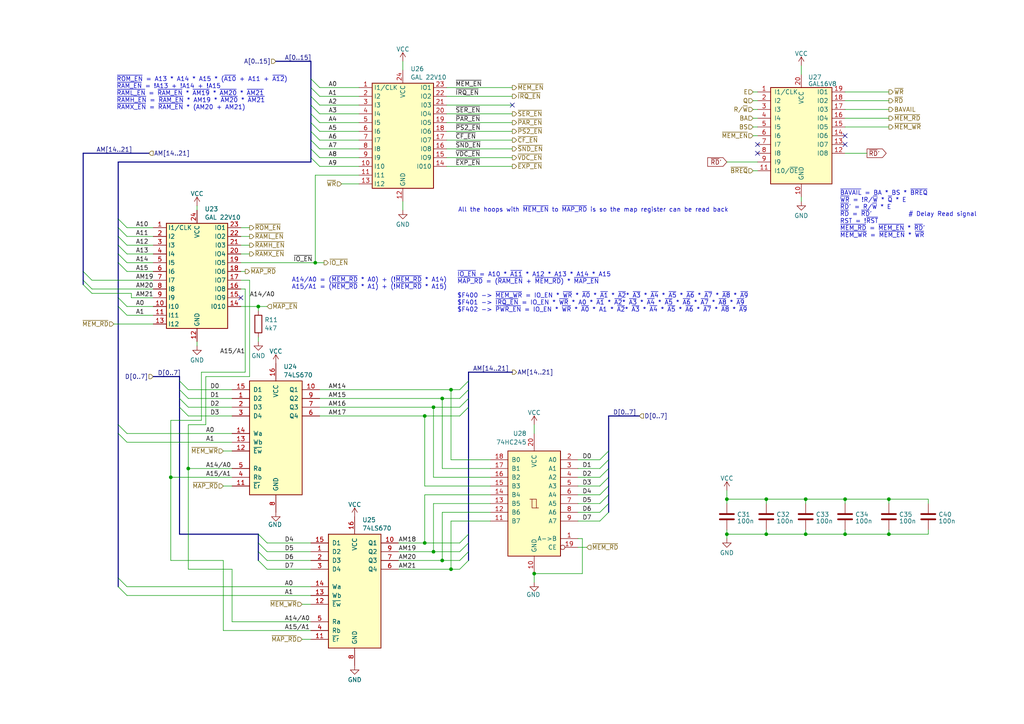
<source format=kicad_sch>
(kicad_sch
	(version 20231120)
	(generator "eeschema")
	(generator_version "8.0")
	(uuid "43bf5822-3eca-4223-ba40-cbd88cd356e0")
	(paper "A4")
	(title_block
		(title "MicroLind - Logic, address & signal")
		(date "2025-03-03")
		(rev "C0")
		(company "Eric Lind")
	)
	(lib_symbols
		(symbol "74xx:74HC245"
			(pin_names
				(offset 1.016)
			)
			(exclude_from_sim no)
			(in_bom yes)
			(on_board yes)
			(property "Reference" "U"
				(at -7.62 16.51 0)
				(effects
					(font
						(size 1.27 1.27)
					)
				)
			)
			(property "Value" "74HC245"
				(at -7.62 -16.51 0)
				(effects
					(font
						(size 1.27 1.27)
					)
				)
			)
			(property "Footprint" ""
				(at 0 0 0)
				(effects
					(font
						(size 1.27 1.27)
					)
					(hide yes)
				)
			)
			(property "Datasheet" "http://www.ti.com/lit/gpn/sn74HC245"
				(at 0 0 0)
				(effects
					(font
						(size 1.27 1.27)
					)
					(hide yes)
				)
			)
			(property "Description" "Octal BUS Transceivers, 3-State outputs"
				(at 0 0 0)
				(effects
					(font
						(size 1.27 1.27)
					)
					(hide yes)
				)
			)
			(property "ki_locked" ""
				(at 0 0 0)
				(effects
					(font
						(size 1.27 1.27)
					)
				)
			)
			(property "ki_keywords" "HCMOS BUS 3State"
				(at 0 0 0)
				(effects
					(font
						(size 1.27 1.27)
					)
					(hide yes)
				)
			)
			(property "ki_fp_filters" "DIP?20*"
				(at 0 0 0)
				(effects
					(font
						(size 1.27 1.27)
					)
					(hide yes)
				)
			)
			(symbol "74HC245_1_0"
				(polyline
					(pts
						(xy -0.635 -1.27) (xy -0.635 1.27) (xy 0.635 1.27)
					)
					(stroke
						(width 0)
						(type default)
					)
					(fill
						(type none)
					)
				)
				(polyline
					(pts
						(xy -1.27 -1.27) (xy 0.635 -1.27) (xy 0.635 1.27) (xy 1.27 1.27)
					)
					(stroke
						(width 0)
						(type default)
					)
					(fill
						(type none)
					)
				)
				(pin input line
					(at -12.7 -10.16 0)
					(length 5.08)
					(name "A->B"
						(effects
							(font
								(size 1.27 1.27)
							)
						)
					)
					(number "1"
						(effects
							(font
								(size 1.27 1.27)
							)
						)
					)
				)
				(pin power_in line
					(at 0 -20.32 90)
					(length 5.08)
					(name "GND"
						(effects
							(font
								(size 1.27 1.27)
							)
						)
					)
					(number "10"
						(effects
							(font
								(size 1.27 1.27)
							)
						)
					)
				)
				(pin tri_state line
					(at 12.7 -5.08 180)
					(length 5.08)
					(name "B7"
						(effects
							(font
								(size 1.27 1.27)
							)
						)
					)
					(number "11"
						(effects
							(font
								(size 1.27 1.27)
							)
						)
					)
				)
				(pin tri_state line
					(at 12.7 -2.54 180)
					(length 5.08)
					(name "B6"
						(effects
							(font
								(size 1.27 1.27)
							)
						)
					)
					(number "12"
						(effects
							(font
								(size 1.27 1.27)
							)
						)
					)
				)
				(pin tri_state line
					(at 12.7 0 180)
					(length 5.08)
					(name "B5"
						(effects
							(font
								(size 1.27 1.27)
							)
						)
					)
					(number "13"
						(effects
							(font
								(size 1.27 1.27)
							)
						)
					)
				)
				(pin tri_state line
					(at 12.7 2.54 180)
					(length 5.08)
					(name "B4"
						(effects
							(font
								(size 1.27 1.27)
							)
						)
					)
					(number "14"
						(effects
							(font
								(size 1.27 1.27)
							)
						)
					)
				)
				(pin tri_state line
					(at 12.7 5.08 180)
					(length 5.08)
					(name "B3"
						(effects
							(font
								(size 1.27 1.27)
							)
						)
					)
					(number "15"
						(effects
							(font
								(size 1.27 1.27)
							)
						)
					)
				)
				(pin tri_state line
					(at 12.7 7.62 180)
					(length 5.08)
					(name "B2"
						(effects
							(font
								(size 1.27 1.27)
							)
						)
					)
					(number "16"
						(effects
							(font
								(size 1.27 1.27)
							)
						)
					)
				)
				(pin tri_state line
					(at 12.7 10.16 180)
					(length 5.08)
					(name "B1"
						(effects
							(font
								(size 1.27 1.27)
							)
						)
					)
					(number "17"
						(effects
							(font
								(size 1.27 1.27)
							)
						)
					)
				)
				(pin tri_state line
					(at 12.7 12.7 180)
					(length 5.08)
					(name "B0"
						(effects
							(font
								(size 1.27 1.27)
							)
						)
					)
					(number "18"
						(effects
							(font
								(size 1.27 1.27)
							)
						)
					)
				)
				(pin input inverted
					(at -12.7 -12.7 0)
					(length 5.08)
					(name "CE"
						(effects
							(font
								(size 1.27 1.27)
							)
						)
					)
					(number "19"
						(effects
							(font
								(size 1.27 1.27)
							)
						)
					)
				)
				(pin tri_state line
					(at -12.7 12.7 0)
					(length 5.08)
					(name "A0"
						(effects
							(font
								(size 1.27 1.27)
							)
						)
					)
					(number "2"
						(effects
							(font
								(size 1.27 1.27)
							)
						)
					)
				)
				(pin power_in line
					(at 0 20.32 270)
					(length 5.08)
					(name "VCC"
						(effects
							(font
								(size 1.27 1.27)
							)
						)
					)
					(number "20"
						(effects
							(font
								(size 1.27 1.27)
							)
						)
					)
				)
				(pin tri_state line
					(at -12.7 10.16 0)
					(length 5.08)
					(name "A1"
						(effects
							(font
								(size 1.27 1.27)
							)
						)
					)
					(number "3"
						(effects
							(font
								(size 1.27 1.27)
							)
						)
					)
				)
				(pin tri_state line
					(at -12.7 7.62 0)
					(length 5.08)
					(name "A2"
						(effects
							(font
								(size 1.27 1.27)
							)
						)
					)
					(number "4"
						(effects
							(font
								(size 1.27 1.27)
							)
						)
					)
				)
				(pin tri_state line
					(at -12.7 5.08 0)
					(length 5.08)
					(name "A3"
						(effects
							(font
								(size 1.27 1.27)
							)
						)
					)
					(number "5"
						(effects
							(font
								(size 1.27 1.27)
							)
						)
					)
				)
				(pin tri_state line
					(at -12.7 2.54 0)
					(length 5.08)
					(name "A4"
						(effects
							(font
								(size 1.27 1.27)
							)
						)
					)
					(number "6"
						(effects
							(font
								(size 1.27 1.27)
							)
						)
					)
				)
				(pin tri_state line
					(at -12.7 0 0)
					(length 5.08)
					(name "A5"
						(effects
							(font
								(size 1.27 1.27)
							)
						)
					)
					(number "7"
						(effects
							(font
								(size 1.27 1.27)
							)
						)
					)
				)
				(pin tri_state line
					(at -12.7 -2.54 0)
					(length 5.08)
					(name "A6"
						(effects
							(font
								(size 1.27 1.27)
							)
						)
					)
					(number "8"
						(effects
							(font
								(size 1.27 1.27)
							)
						)
					)
				)
				(pin tri_state line
					(at -12.7 -5.08 0)
					(length 5.08)
					(name "A7"
						(effects
							(font
								(size 1.27 1.27)
							)
						)
					)
					(number "9"
						(effects
							(font
								(size 1.27 1.27)
							)
						)
					)
				)
			)
			(symbol "74HC245_1_1"
				(rectangle
					(start -7.62 15.24)
					(end 7.62 -15.24)
					(stroke
						(width 0.254)
						(type default)
					)
					(fill
						(type background)
					)
				)
			)
		)
		(symbol "74xx:74LS670"
			(pin_names
				(offset 1.016)
			)
			(exclude_from_sim no)
			(in_bom yes)
			(on_board yes)
			(property "Reference" "U"
				(at -7.62 16.51 0)
				(effects
					(font
						(size 1.27 1.27)
					)
				)
			)
			(property "Value" "74LS670"
				(at -7.62 -19.05 0)
				(effects
					(font
						(size 1.27 1.27)
					)
				)
			)
			(property "Footprint" ""
				(at 0 0 0)
				(effects
					(font
						(size 1.27 1.27)
					)
					(hide yes)
				)
			)
			(property "Datasheet" "http://www.ti.com/lit/gpn/sn74LS670"
				(at 0 0 0)
				(effects
					(font
						(size 1.27 1.27)
					)
					(hide yes)
				)
			)
			(property "Description" "4 x 4 Register Files 3-State Outputs"
				(at 0 0 0)
				(effects
					(font
						(size 1.27 1.27)
					)
					(hide yes)
				)
			)
			(property "ki_locked" ""
				(at 0 0 0)
				(effects
					(font
						(size 1.27 1.27)
					)
				)
			)
			(property "ki_keywords" "TTL Register 3State"
				(at 0 0 0)
				(effects
					(font
						(size 1.27 1.27)
					)
					(hide yes)
				)
			)
			(property "ki_fp_filters" "DIP?16*"
				(at 0 0 0)
				(effects
					(font
						(size 1.27 1.27)
					)
					(hide yes)
				)
			)
			(symbol "74LS670_1_0"
				(pin input line
					(at -12.7 10.16 0)
					(length 5.08)
					(name "D2"
						(effects
							(font
								(size 1.27 1.27)
							)
						)
					)
					(number "1"
						(effects
							(font
								(size 1.27 1.27)
							)
						)
					)
				)
				(pin tri_state line
					(at 12.7 12.7 180)
					(length 5.08)
					(name "Q1"
						(effects
							(font
								(size 1.27 1.27)
							)
						)
					)
					(number "10"
						(effects
							(font
								(size 1.27 1.27)
							)
						)
					)
				)
				(pin input line
					(at -12.7 -15.24 0)
					(length 5.08)
					(name "~{Er}"
						(effects
							(font
								(size 1.27 1.27)
							)
						)
					)
					(number "11"
						(effects
							(font
								(size 1.27 1.27)
							)
						)
					)
				)
				(pin input line
					(at -12.7 -5.08 0)
					(length 5.08)
					(name "~{Ew}"
						(effects
							(font
								(size 1.27 1.27)
							)
						)
					)
					(number "12"
						(effects
							(font
								(size 1.27 1.27)
							)
						)
					)
				)
				(pin input line
					(at -12.7 -2.54 0)
					(length 5.08)
					(name "Wb"
						(effects
							(font
								(size 1.27 1.27)
							)
						)
					)
					(number "13"
						(effects
							(font
								(size 1.27 1.27)
							)
						)
					)
				)
				(pin input line
					(at -12.7 0 0)
					(length 5.08)
					(name "Wa"
						(effects
							(font
								(size 1.27 1.27)
							)
						)
					)
					(number "14"
						(effects
							(font
								(size 1.27 1.27)
							)
						)
					)
				)
				(pin input line
					(at -12.7 12.7 0)
					(length 5.08)
					(name "D1"
						(effects
							(font
								(size 1.27 1.27)
							)
						)
					)
					(number "15"
						(effects
							(font
								(size 1.27 1.27)
							)
						)
					)
				)
				(pin power_in line
					(at 0 20.32 270)
					(length 5.08)
					(name "VCC"
						(effects
							(font
								(size 1.27 1.27)
							)
						)
					)
					(number "16"
						(effects
							(font
								(size 1.27 1.27)
							)
						)
					)
				)
				(pin input line
					(at -12.7 7.62 0)
					(length 5.08)
					(name "D3"
						(effects
							(font
								(size 1.27 1.27)
							)
						)
					)
					(number "2"
						(effects
							(font
								(size 1.27 1.27)
							)
						)
					)
				)
				(pin input line
					(at -12.7 5.08 0)
					(length 5.08)
					(name "D4"
						(effects
							(font
								(size 1.27 1.27)
							)
						)
					)
					(number "3"
						(effects
							(font
								(size 1.27 1.27)
							)
						)
					)
				)
				(pin input line
					(at -12.7 -12.7 0)
					(length 5.08)
					(name "Rb"
						(effects
							(font
								(size 1.27 1.27)
							)
						)
					)
					(number "4"
						(effects
							(font
								(size 1.27 1.27)
							)
						)
					)
				)
				(pin input line
					(at -12.7 -10.16 0)
					(length 5.08)
					(name "Ra"
						(effects
							(font
								(size 1.27 1.27)
							)
						)
					)
					(number "5"
						(effects
							(font
								(size 1.27 1.27)
							)
						)
					)
				)
				(pin tri_state line
					(at 12.7 5.08 180)
					(length 5.08)
					(name "Q4"
						(effects
							(font
								(size 1.27 1.27)
							)
						)
					)
					(number "6"
						(effects
							(font
								(size 1.27 1.27)
							)
						)
					)
				)
				(pin tri_state line
					(at 12.7 7.62 180)
					(length 5.08)
					(name "Q3"
						(effects
							(font
								(size 1.27 1.27)
							)
						)
					)
					(number "7"
						(effects
							(font
								(size 1.27 1.27)
							)
						)
					)
				)
				(pin power_in line
					(at 0 -22.86 90)
					(length 5.08)
					(name "GND"
						(effects
							(font
								(size 1.27 1.27)
							)
						)
					)
					(number "8"
						(effects
							(font
								(size 1.27 1.27)
							)
						)
					)
				)
				(pin tri_state line
					(at 12.7 10.16 180)
					(length 5.08)
					(name "Q2"
						(effects
							(font
								(size 1.27 1.27)
							)
						)
					)
					(number "9"
						(effects
							(font
								(size 1.27 1.27)
							)
						)
					)
				)
			)
			(symbol "74LS670_1_1"
				(rectangle
					(start -7.62 15.24)
					(end 7.62 -17.78)
					(stroke
						(width 0.254)
						(type default)
					)
					(fill
						(type background)
					)
				)
			)
		)
		(symbol "Device:C"
			(pin_numbers hide)
			(pin_names
				(offset 0.254)
			)
			(exclude_from_sim no)
			(in_bom yes)
			(on_board yes)
			(property "Reference" "C"
				(at 0.635 2.54 0)
				(effects
					(font
						(size 1.27 1.27)
					)
					(justify left)
				)
			)
			(property "Value" "C"
				(at 0.635 -2.54 0)
				(effects
					(font
						(size 1.27 1.27)
					)
					(justify left)
				)
			)
			(property "Footprint" ""
				(at 0.9652 -3.81 0)
				(effects
					(font
						(size 1.27 1.27)
					)
					(hide yes)
				)
			)
			(property "Datasheet" "~"
				(at 0 0 0)
				(effects
					(font
						(size 1.27 1.27)
					)
					(hide yes)
				)
			)
			(property "Description" "Unpolarized capacitor"
				(at 0 0 0)
				(effects
					(font
						(size 1.27 1.27)
					)
					(hide yes)
				)
			)
			(property "ki_keywords" "cap capacitor"
				(at 0 0 0)
				(effects
					(font
						(size 1.27 1.27)
					)
					(hide yes)
				)
			)
			(property "ki_fp_filters" "C_*"
				(at 0 0 0)
				(effects
					(font
						(size 1.27 1.27)
					)
					(hide yes)
				)
			)
			(symbol "C_0_1"
				(polyline
					(pts
						(xy -2.032 -0.762) (xy 2.032 -0.762)
					)
					(stroke
						(width 0.508)
						(type default)
					)
					(fill
						(type none)
					)
				)
				(polyline
					(pts
						(xy -2.032 0.762) (xy 2.032 0.762)
					)
					(stroke
						(width 0.508)
						(type default)
					)
					(fill
						(type none)
					)
				)
			)
			(symbol "C_1_1"
				(pin passive line
					(at 0 3.81 270)
					(length 2.794)
					(name "~"
						(effects
							(font
								(size 1.27 1.27)
							)
						)
					)
					(number "1"
						(effects
							(font
								(size 1.27 1.27)
							)
						)
					)
				)
				(pin passive line
					(at 0 -3.81 90)
					(length 2.794)
					(name "~"
						(effects
							(font
								(size 1.27 1.27)
							)
						)
					)
					(number "2"
						(effects
							(font
								(size 1.27 1.27)
							)
						)
					)
				)
			)
		)
		(symbol "Device:R"
			(pin_numbers hide)
			(pin_names
				(offset 0)
			)
			(exclude_from_sim no)
			(in_bom yes)
			(on_board yes)
			(property "Reference" "R"
				(at 2.032 0 90)
				(effects
					(font
						(size 1.27 1.27)
					)
				)
			)
			(property "Value" "R"
				(at 0 0 90)
				(effects
					(font
						(size 1.27 1.27)
					)
				)
			)
			(property "Footprint" ""
				(at -1.778 0 90)
				(effects
					(font
						(size 1.27 1.27)
					)
					(hide yes)
				)
			)
			(property "Datasheet" "~"
				(at 0 0 0)
				(effects
					(font
						(size 1.27 1.27)
					)
					(hide yes)
				)
			)
			(property "Description" "Resistor"
				(at 0 0 0)
				(effects
					(font
						(size 1.27 1.27)
					)
					(hide yes)
				)
			)
			(property "ki_keywords" "R res resistor"
				(at 0 0 0)
				(effects
					(font
						(size 1.27 1.27)
					)
					(hide yes)
				)
			)
			(property "ki_fp_filters" "R_*"
				(at 0 0 0)
				(effects
					(font
						(size 1.27 1.27)
					)
					(hide yes)
				)
			)
			(symbol "R_0_1"
				(rectangle
					(start -1.016 -2.54)
					(end 1.016 2.54)
					(stroke
						(width 0.254)
						(type default)
					)
					(fill
						(type none)
					)
				)
			)
			(symbol "R_1_1"
				(pin passive line
					(at 0 3.81 270)
					(length 1.27)
					(name "~"
						(effects
							(font
								(size 1.27 1.27)
							)
						)
					)
					(number "1"
						(effects
							(font
								(size 1.27 1.27)
							)
						)
					)
				)
				(pin passive line
					(at 0 -3.81 90)
					(length 1.27)
					(name "~"
						(effects
							(font
								(size 1.27 1.27)
							)
						)
					)
					(number "2"
						(effects
							(font
								(size 1.27 1.27)
							)
						)
					)
				)
			)
		)
		(symbol "Logic_Programmable:GAL16V8"
			(pin_names
				(offset 1.016)
			)
			(exclude_from_sim no)
			(in_bom yes)
			(on_board yes)
			(property "Reference" "U"
				(at -8.89 16.51 0)
				(effects
					(font
						(size 1.27 1.27)
					)
					(justify left)
				)
			)
			(property "Value" "GAL16V8"
				(at 1.27 16.51 0)
				(effects
					(font
						(size 1.27 1.27)
					)
					(justify left)
				)
			)
			(property "Footprint" ""
				(at 0 0 0)
				(effects
					(font
						(size 1.27 1.27)
					)
					(hide yes)
				)
			)
			(property "Datasheet" ""
				(at 0 0 0)
				(effects
					(font
						(size 1.27 1.27)
					)
					(hide yes)
				)
			)
			(property "Description" "Programmable Logic Array, DIP-20/SOIC-20/PLCC-20"
				(at 0 0 0)
				(effects
					(font
						(size 1.27 1.27)
					)
					(hide yes)
				)
			)
			(property "ki_keywords" "GAL PLD 16V8"
				(at 0 0 0)
				(effects
					(font
						(size 1.27 1.27)
					)
					(hide yes)
				)
			)
			(property "ki_fp_filters" "DIP* PDIP* SOIC* SO* PLCC*"
				(at 0 0 0)
				(effects
					(font
						(size 1.27 1.27)
					)
					(hide yes)
				)
			)
			(symbol "GAL16V8_0_0"
				(pin power_in line
					(at 0 -17.78 90)
					(length 3.81)
					(name "GND"
						(effects
							(font
								(size 1.27 1.27)
							)
						)
					)
					(number "10"
						(effects
							(font
								(size 1.27 1.27)
							)
						)
					)
				)
				(pin power_in line
					(at 0 17.78 270)
					(length 3.81)
					(name "VCC"
						(effects
							(font
								(size 1.27 1.27)
							)
						)
					)
					(number "20"
						(effects
							(font
								(size 1.27 1.27)
							)
						)
					)
				)
			)
			(symbol "GAL16V8_0_1"
				(rectangle
					(start -8.89 13.97)
					(end 8.89 -13.97)
					(stroke
						(width 0.254)
						(type default)
					)
					(fill
						(type background)
					)
				)
			)
			(symbol "GAL16V8_1_1"
				(pin input line
					(at -12.7 12.7 0)
					(length 3.81)
					(name "I1/CLK"
						(effects
							(font
								(size 1.27 1.27)
							)
						)
					)
					(number "1"
						(effects
							(font
								(size 1.27 1.27)
							)
						)
					)
				)
				(pin input line
					(at -12.7 -10.16 0)
					(length 3.81)
					(name "I10/~{OE}"
						(effects
							(font
								(size 1.27 1.27)
							)
						)
					)
					(number "11"
						(effects
							(font
								(size 1.27 1.27)
							)
						)
					)
				)
				(pin tri_state line
					(at 12.7 -5.08 180)
					(length 3.81)
					(name "IO8"
						(effects
							(font
								(size 1.27 1.27)
							)
						)
					)
					(number "12"
						(effects
							(font
								(size 1.27 1.27)
							)
						)
					)
				)
				(pin tri_state line
					(at 12.7 -2.54 180)
					(length 3.81)
					(name "IO7"
						(effects
							(font
								(size 1.27 1.27)
							)
						)
					)
					(number "13"
						(effects
							(font
								(size 1.27 1.27)
							)
						)
					)
				)
				(pin tri_state line
					(at 12.7 0 180)
					(length 3.81)
					(name "IO6"
						(effects
							(font
								(size 1.27 1.27)
							)
						)
					)
					(number "14"
						(effects
							(font
								(size 1.27 1.27)
							)
						)
					)
				)
				(pin tri_state line
					(at 12.7 2.54 180)
					(length 3.81)
					(name "IO5"
						(effects
							(font
								(size 1.27 1.27)
							)
						)
					)
					(number "15"
						(effects
							(font
								(size 1.27 1.27)
							)
						)
					)
				)
				(pin tri_state line
					(at 12.7 5.08 180)
					(length 3.81)
					(name "IO4"
						(effects
							(font
								(size 1.27 1.27)
							)
						)
					)
					(number "16"
						(effects
							(font
								(size 1.27 1.27)
							)
						)
					)
				)
				(pin tri_state line
					(at 12.7 7.62 180)
					(length 3.81)
					(name "I03"
						(effects
							(font
								(size 1.27 1.27)
							)
						)
					)
					(number "17"
						(effects
							(font
								(size 1.27 1.27)
							)
						)
					)
				)
				(pin tri_state line
					(at 12.7 10.16 180)
					(length 3.81)
					(name "IO2"
						(effects
							(font
								(size 1.27 1.27)
							)
						)
					)
					(number "18"
						(effects
							(font
								(size 1.27 1.27)
							)
						)
					)
				)
				(pin tri_state line
					(at 12.7 12.7 180)
					(length 3.81)
					(name "IO1"
						(effects
							(font
								(size 1.27 1.27)
							)
						)
					)
					(number "19"
						(effects
							(font
								(size 1.27 1.27)
							)
						)
					)
				)
				(pin input line
					(at -12.7 10.16 0)
					(length 3.81)
					(name "I2"
						(effects
							(font
								(size 1.27 1.27)
							)
						)
					)
					(number "2"
						(effects
							(font
								(size 1.27 1.27)
							)
						)
					)
				)
				(pin input line
					(at -12.7 7.62 0)
					(length 3.81)
					(name "I3"
						(effects
							(font
								(size 1.27 1.27)
							)
						)
					)
					(number "3"
						(effects
							(font
								(size 1.27 1.27)
							)
						)
					)
				)
				(pin input line
					(at -12.7 5.08 0)
					(length 3.81)
					(name "I4"
						(effects
							(font
								(size 1.27 1.27)
							)
						)
					)
					(number "4"
						(effects
							(font
								(size 1.27 1.27)
							)
						)
					)
				)
				(pin input line
					(at -12.7 2.54 0)
					(length 3.81)
					(name "I5"
						(effects
							(font
								(size 1.27 1.27)
							)
						)
					)
					(number "5"
						(effects
							(font
								(size 1.27 1.27)
							)
						)
					)
				)
				(pin input line
					(at -12.7 0 0)
					(length 3.81)
					(name "I6"
						(effects
							(font
								(size 1.27 1.27)
							)
						)
					)
					(number "6"
						(effects
							(font
								(size 1.27 1.27)
							)
						)
					)
				)
				(pin input line
					(at -12.7 -2.54 0)
					(length 3.81)
					(name "I7"
						(effects
							(font
								(size 1.27 1.27)
							)
						)
					)
					(number "7"
						(effects
							(font
								(size 1.27 1.27)
							)
						)
					)
				)
				(pin input line
					(at -12.7 -5.08 0)
					(length 3.81)
					(name "I8"
						(effects
							(font
								(size 1.27 1.27)
							)
						)
					)
					(number "8"
						(effects
							(font
								(size 1.27 1.27)
							)
						)
					)
				)
				(pin input line
					(at -12.7 -7.62 0)
					(length 3.81)
					(name "I9"
						(effects
							(font
								(size 1.27 1.27)
							)
						)
					)
					(number "9"
						(effects
							(font
								(size 1.27 1.27)
							)
						)
					)
				)
			)
		)
		(symbol "motherboard:GAL22V10"
			(exclude_from_sim no)
			(in_bom yes)
			(on_board yes)
			(property "Reference" "U29"
				(at -1.27 30.734 0)
				(effects
					(font
						(size 1.27 1.27)
					)
					(justify left)
				)
			)
			(property "Value" "GAL 22V10"
				(at 8.636 -2.794 0)
				(effects
					(font
						(size 1.27 1.27)
					)
					(justify left)
				)
			)
			(property "Footprint" "Package_DIP:DIP-24_W7.62mm_Socket"
				(at 0 0 0)
				(effects
					(font
						(size 1.27 1.27)
					)
					(hide yes)
				)
			)
			(property "Datasheet" ""
				(at 0 0 0)
				(effects
					(font
						(size 1.27 1.27)
					)
					(hide yes)
				)
			)
			(property "Description" ""
				(at 0 0 0)
				(effects
					(font
						(size 1.27 1.27)
					)
					(hide yes)
				)
			)
			(symbol "GAL22V10_0_1"
				(rectangle
					(start -1.27 29.21)
					(end 16.51 -1.27)
					(stroke
						(width 0.254)
						(type default)
					)
					(fill
						(type background)
					)
				)
			)
			(symbol "GAL22V10_1_0"
				(pin power_in line
					(at 7.62 -5.08 90)
					(length 3.81)
					(name "GND"
						(effects
							(font
								(size 1.27 1.27)
							)
						)
					)
					(number "12"
						(effects
							(font
								(size 1.27 1.27)
							)
						)
					)
				)
				(pin power_in line
					(at 7.62 33.02 270)
					(length 3.81)
					(name "VCC"
						(effects
							(font
								(size 1.27 1.27)
							)
						)
					)
					(number "24"
						(effects
							(font
								(size 1.27 1.27)
							)
						)
					)
				)
			)
			(symbol "GAL22V10_1_1"
				(pin input line
					(at -5.08 27.94 0)
					(length 3.81)
					(name "I1/CLK"
						(effects
							(font
								(size 1.27 1.27)
							)
						)
					)
					(number "1"
						(effects
							(font
								(size 1.27 1.27)
							)
						)
					)
				)
				(pin input line
					(at -5.08 5.08 0)
					(length 3.81)
					(name "I10"
						(effects
							(font
								(size 1.27 1.27)
							)
						)
					)
					(number "10"
						(effects
							(font
								(size 1.27 1.27)
							)
						)
					)
				)
				(pin input line
					(at -5.08 2.54 0)
					(length 3.81)
					(name "I11"
						(effects
							(font
								(size 1.27 1.27)
							)
						)
					)
					(number "11"
						(effects
							(font
								(size 1.27 1.27)
							)
						)
					)
				)
				(pin input line
					(at -5.08 0 0)
					(length 3.81)
					(name "I12"
						(effects
							(font
								(size 1.27 1.27)
							)
						)
					)
					(number "13"
						(effects
							(font
								(size 1.27 1.27)
							)
						)
					)
				)
				(pin bidirectional line
					(at 20.32 5.08 180)
					(length 3.81)
					(name "I010"
						(effects
							(font
								(size 1.27 1.27)
							)
						)
					)
					(number "14"
						(effects
							(font
								(size 1.27 1.27)
							)
						)
					)
				)
				(pin bidirectional line
					(at 20.32 7.62 180)
					(length 3.81)
					(name "IO9"
						(effects
							(font
								(size 1.27 1.27)
							)
						)
					)
					(number "15"
						(effects
							(font
								(size 1.27 1.27)
							)
						)
					)
				)
				(pin bidirectional line
					(at 20.32 10.16 180)
					(length 3.81)
					(name "IO8"
						(effects
							(font
								(size 1.27 1.27)
							)
						)
					)
					(number "16"
						(effects
							(font
								(size 1.27 1.27)
							)
						)
					)
				)
				(pin bidirectional line
					(at 20.32 12.7 180)
					(length 3.81)
					(name "IO7"
						(effects
							(font
								(size 1.27 1.27)
							)
						)
					)
					(number "17"
						(effects
							(font
								(size 1.27 1.27)
							)
						)
					)
				)
				(pin bidirectional line
					(at 20.32 15.24 180)
					(length 3.81)
					(name "IO6"
						(effects
							(font
								(size 1.27 1.27)
							)
						)
					)
					(number "18"
						(effects
							(font
								(size 1.27 1.27)
							)
						)
					)
				)
				(pin bidirectional line
					(at 20.32 17.78 180)
					(length 3.81)
					(name "IO5"
						(effects
							(font
								(size 1.27 1.27)
							)
						)
					)
					(number "19"
						(effects
							(font
								(size 1.27 1.27)
							)
						)
					)
				)
				(pin input line
					(at -5.08 25.4 0)
					(length 3.81)
					(name "I2"
						(effects
							(font
								(size 1.27 1.27)
							)
						)
					)
					(number "2"
						(effects
							(font
								(size 1.27 1.27)
							)
						)
					)
				)
				(pin bidirectional line
					(at 20.32 20.32 180)
					(length 3.81)
					(name "IO4"
						(effects
							(font
								(size 1.27 1.27)
							)
						)
					)
					(number "20"
						(effects
							(font
								(size 1.27 1.27)
							)
						)
					)
				)
				(pin bidirectional line
					(at 20.32 22.86 180)
					(length 3.81)
					(name "I03"
						(effects
							(font
								(size 1.27 1.27)
							)
						)
					)
					(number "21"
						(effects
							(font
								(size 1.27 1.27)
							)
						)
					)
				)
				(pin bidirectional line
					(at 20.32 25.4 180)
					(length 3.81)
					(name "IO2"
						(effects
							(font
								(size 1.27 1.27)
							)
						)
					)
					(number "22"
						(effects
							(font
								(size 1.27 1.27)
							)
						)
					)
				)
				(pin bidirectional line
					(at 20.32 27.94 180)
					(length 3.81)
					(name "IO1"
						(effects
							(font
								(size 1.27 1.27)
							)
						)
					)
					(number "23"
						(effects
							(font
								(size 1.27 1.27)
							)
						)
					)
				)
				(pin input line
					(at -5.08 22.86 0)
					(length 3.81)
					(name "I3"
						(effects
							(font
								(size 1.27 1.27)
							)
						)
					)
					(number "3"
						(effects
							(font
								(size 1.27 1.27)
							)
						)
					)
				)
				(pin input line
					(at -5.08 20.32 0)
					(length 3.81)
					(name "I4"
						(effects
							(font
								(size 1.27 1.27)
							)
						)
					)
					(number "4"
						(effects
							(font
								(size 1.27 1.27)
							)
						)
					)
				)
				(pin input line
					(at -5.08 17.78 0)
					(length 3.81)
					(name "I5"
						(effects
							(font
								(size 1.27 1.27)
							)
						)
					)
					(number "5"
						(effects
							(font
								(size 1.27 1.27)
							)
						)
					)
				)
				(pin input line
					(at -5.08 15.24 0)
					(length 3.81)
					(name "I6"
						(effects
							(font
								(size 1.27 1.27)
							)
						)
					)
					(number "6"
						(effects
							(font
								(size 1.27 1.27)
							)
						)
					)
				)
				(pin input line
					(at -5.08 12.7 0)
					(length 3.81)
					(name "I7"
						(effects
							(font
								(size 1.27 1.27)
							)
						)
					)
					(number "7"
						(effects
							(font
								(size 1.27 1.27)
							)
						)
					)
				)
				(pin input line
					(at -5.08 10.16 0)
					(length 3.81)
					(name "I8"
						(effects
							(font
								(size 1.27 1.27)
							)
						)
					)
					(number "8"
						(effects
							(font
								(size 1.27 1.27)
							)
						)
					)
				)
				(pin input line
					(at -5.08 7.62 0)
					(length 3.81)
					(name "I9"
						(effects
							(font
								(size 1.27 1.27)
							)
						)
					)
					(number "9"
						(effects
							(font
								(size 1.27 1.27)
							)
						)
					)
				)
			)
		)
		(symbol "power:GND"
			(power)
			(pin_names
				(offset 0)
			)
			(exclude_from_sim no)
			(in_bom yes)
			(on_board yes)
			(property "Reference" "#PWR"
				(at 0 -6.35 0)
				(effects
					(font
						(size 1.27 1.27)
					)
					(hide yes)
				)
			)
			(property "Value" "GND"
				(at 0 -3.81 0)
				(effects
					(font
						(size 1.27 1.27)
					)
				)
			)
			(property "Footprint" ""
				(at 0 0 0)
				(effects
					(font
						(size 1.27 1.27)
					)
					(hide yes)
				)
			)
			(property "Datasheet" ""
				(at 0 0 0)
				(effects
					(font
						(size 1.27 1.27)
					)
					(hide yes)
				)
			)
			(property "Description" "Power symbol creates a global label with name \"GND\" , ground"
				(at 0 0 0)
				(effects
					(font
						(size 1.27 1.27)
					)
					(hide yes)
				)
			)
			(property "ki_keywords" "global power"
				(at 0 0 0)
				(effects
					(font
						(size 1.27 1.27)
					)
					(hide yes)
				)
			)
			(symbol "GND_0_1"
				(polyline
					(pts
						(xy 0 0) (xy 0 -1.27) (xy 1.27 -1.27) (xy 0 -2.54) (xy -1.27 -1.27) (xy 0 -1.27)
					)
					(stroke
						(width 0)
						(type default)
					)
					(fill
						(type none)
					)
				)
			)
			(symbol "GND_1_1"
				(pin power_in line
					(at 0 0 270)
					(length 0) hide
					(name "GND"
						(effects
							(font
								(size 1.27 1.27)
							)
						)
					)
					(number "1"
						(effects
							(font
								(size 1.27 1.27)
							)
						)
					)
				)
			)
		)
		(symbol "power:VCC"
			(power)
			(pin_names
				(offset 0)
			)
			(exclude_from_sim no)
			(in_bom yes)
			(on_board yes)
			(property "Reference" "#PWR"
				(at 0 -3.81 0)
				(effects
					(font
						(size 1.27 1.27)
					)
					(hide yes)
				)
			)
			(property "Value" "VCC"
				(at 0 3.81 0)
				(effects
					(font
						(size 1.27 1.27)
					)
				)
			)
			(property "Footprint" ""
				(at 0 0 0)
				(effects
					(font
						(size 1.27 1.27)
					)
					(hide yes)
				)
			)
			(property "Datasheet" ""
				(at 0 0 0)
				(effects
					(font
						(size 1.27 1.27)
					)
					(hide yes)
				)
			)
			(property "Description" "Power symbol creates a global label with name \"VCC\""
				(at 0 0 0)
				(effects
					(font
						(size 1.27 1.27)
					)
					(hide yes)
				)
			)
			(property "ki_keywords" "global power"
				(at 0 0 0)
				(effects
					(font
						(size 1.27 1.27)
					)
					(hide yes)
				)
			)
			(symbol "VCC_0_1"
				(polyline
					(pts
						(xy -0.762 1.27) (xy 0 2.54)
					)
					(stroke
						(width 0)
						(type default)
					)
					(fill
						(type none)
					)
				)
				(polyline
					(pts
						(xy 0 0) (xy 0 2.54)
					)
					(stroke
						(width 0)
						(type default)
					)
					(fill
						(type none)
					)
				)
				(polyline
					(pts
						(xy 0 2.54) (xy 0.762 1.27)
					)
					(stroke
						(width 0)
						(type default)
					)
					(fill
						(type none)
					)
				)
			)
			(symbol "VCC_1_1"
				(pin power_in line
					(at 0 0 90)
					(length 0) hide
					(name "VCC"
						(effects
							(font
								(size 1.27 1.27)
							)
						)
					)
					(number "1"
						(effects
							(font
								(size 1.27 1.27)
							)
						)
					)
				)
			)
		)
	)
	(junction
		(at 222.25 144.78)
		(diameter 0)
		(color 0 0 0 0)
		(uuid "05b60650-2aac-41e5-b648-32473084369c")
	)
	(junction
		(at 125.73 118.11)
		(diameter 0)
		(color 0 0 0 0)
		(uuid "13c20531-3abe-4bf1-859c-9c123aa237b8")
	)
	(junction
		(at 49.53 138.43)
		(diameter 0)
		(color 0 0 0 0)
		(uuid "1934d582-6300-49f0-8156-18b620b1a864")
	)
	(junction
		(at 210.82 144.78)
		(diameter 0)
		(color 0 0 0 0)
		(uuid "1b21cf97-8cac-4104-861a-5589960826a5")
	)
	(junction
		(at 123.19 157.48)
		(diameter 0)
		(color 0 0 0 0)
		(uuid "2ced243d-41f5-4b92-bacd-65b7c7bc702f")
	)
	(junction
		(at 233.68 154.94)
		(diameter 0)
		(color 0 0 0 0)
		(uuid "38a13b3f-e188-4ddd-a4bd-ddd0aa78ec05")
	)
	(junction
		(at 54.61 135.89)
		(diameter 0)
		(color 0 0 0 0)
		(uuid "445244fd-2bcc-42c6-ba4f-c119243da130")
	)
	(junction
		(at 245.11 154.94)
		(diameter 0)
		(color 0 0 0 0)
		(uuid "4c940bd4-7399-4556-99da-8d87aeb81833")
	)
	(junction
		(at 128.27 162.56)
		(diameter 0)
		(color 0 0 0 0)
		(uuid "4e3fb59d-5bcc-42b9-a361-1fcf6d2dfaf6")
	)
	(junction
		(at 210.82 154.94)
		(diameter 0)
		(color 0 0 0 0)
		(uuid "677e18e8-c534-4326-8ee8-1f056212402d")
	)
	(junction
		(at 74.93 88.9)
		(diameter 0)
		(color 0 0 0 0)
		(uuid "6dce3360-409d-43c4-a4ee-9bbe55b8a93e")
	)
	(junction
		(at 130.81 165.1)
		(diameter 0)
		(color 0 0 0 0)
		(uuid "716ccf61-e53b-4af3-a720-be95819b757e")
	)
	(junction
		(at 123.19 120.65)
		(diameter 0)
		(color 0 0 0 0)
		(uuid "7f20999c-d2e1-4950-a249-695ec969902f")
	)
	(junction
		(at 233.68 144.78)
		(diameter 0)
		(color 0 0 0 0)
		(uuid "82cbfc75-3969-40dd-8f47-0ffd54bc2323")
	)
	(junction
		(at 245.11 144.78)
		(diameter 0)
		(color 0 0 0 0)
		(uuid "8b3184d4-7b54-4b4f-9a23-d4394c0349a9")
	)
	(junction
		(at 125.73 160.02)
		(diameter 0)
		(color 0 0 0 0)
		(uuid "8c5baa5a-6094-476b-b26d-0bd15e6b994c")
	)
	(junction
		(at 222.25 154.94)
		(diameter 0)
		(color 0 0 0 0)
		(uuid "97e04fb0-a89f-4c92-82bc-51ad0af91f0f")
	)
	(junction
		(at 91.44 76.2)
		(diameter 0)
		(color 0 0 0 0)
		(uuid "9a3f69c6-d25a-470f-8526-726d88f71c71")
	)
	(junction
		(at 257.81 154.94)
		(diameter 0)
		(color 0 0 0 0)
		(uuid "a10c97c4-90c6-4a67-8f02-72ba77454835")
	)
	(junction
		(at 257.81 144.78)
		(diameter 0)
		(color 0 0 0 0)
		(uuid "ae7be9ee-772e-4194-b2d7-22ccd6536dbe")
	)
	(junction
		(at 130.81 113.03)
		(diameter 0)
		(color 0 0 0 0)
		(uuid "f38b11a2-dd14-4663-83e7-932d13a0049d")
	)
	(junction
		(at 128.27 115.57)
		(diameter 0)
		(color 0 0 0 0)
		(uuid "f7abc11d-1981-49d7-8bf6-a25cd9c0ccce")
	)
	(junction
		(at 154.94 166.37)
		(diameter 0)
		(color 0 0 0 0)
		(uuid "f90fcb99-1f38-400c-962b-cd7739656ec5")
	)
	(no_connect
		(at 245.11 39.37)
		(uuid "180308c1-5739-41b6-8847-2b7579e4e95f")
	)
	(no_connect
		(at 69.85 86.36)
		(uuid "8452b32c-b9a7-4f6c-9d60-99e032538bc7")
	)
	(no_connect
		(at 148.59 30.48)
		(uuid "9a1b05ee-39af-4663-a3c5-467d7b0683f3")
	)
	(no_connect
		(at 219.71 44.45)
		(uuid "9cec0670-8bd5-4d95-a468-64624b36aec0")
	)
	(no_connect
		(at 245.11 41.91)
		(uuid "effc3244-3175-4b4b-8e96-a0ce0daf442e")
	)
	(no_connect
		(at 219.71 41.91)
		(uuid "ffe1770f-3828-4c8c-905f-db26cb844d6b")
	)
	(bus_entry
		(at 90.17 40.64)
		(size 2.54 2.54)
		(stroke
			(width 0)
			(type default)
		)
		(uuid "0c68c02e-1eee-4066-9ae8-32b6f618429d")
	)
	(bus_entry
		(at 90.17 27.94)
		(size 2.54 2.54)
		(stroke
			(width 0)
			(type default)
		)
		(uuid "131031e7-8cf1-4b8e-84f2-329639573b4f")
	)
	(bus_entry
		(at 34.29 125.73)
		(size 2.54 2.54)
		(stroke
			(width 0)
			(type default)
		)
		(uuid "15840b68-492d-43fb-891f-24ee6956fce7")
	)
	(bus_entry
		(at 90.17 30.48)
		(size 2.54 2.54)
		(stroke
			(width 0)
			(type default)
		)
		(uuid "15a68994-e0d0-437e-8289-5842cb40a642")
	)
	(bus_entry
		(at 176.53 133.35)
		(size -2.54 2.54)
		(stroke
			(width 0)
			(type default)
		)
		(uuid "163ca9b2-e8b5-47f3-8fea-b9abd5129f1b")
	)
	(bus_entry
		(at 90.17 22.86)
		(size 2.54 2.54)
		(stroke
			(width 0)
			(type default)
		)
		(uuid "1801cb0f-5fc2-48ae-acd8-ec7cb04bc60f")
	)
	(bus_entry
		(at 34.29 71.12)
		(size 2.54 2.54)
		(stroke
			(width 0)
			(type default)
		)
		(uuid "1e9bc789-754b-4cfc-b953-23eb42f81df2")
	)
	(bus_entry
		(at 52.07 113.03)
		(size 2.54 2.54)
		(stroke
			(width 0)
			(type default)
		)
		(uuid "3018d59f-4617-4280-9589-0cceb41f9621")
	)
	(bus_entry
		(at 176.53 148.59)
		(size -2.54 2.54)
		(stroke
			(width 0)
			(type default)
		)
		(uuid "3ebe6cf2-82d9-4e0f-8b30-da8c92c8b04c")
	)
	(bus_entry
		(at 34.29 63.5)
		(size 2.54 2.54)
		(stroke
			(width 0)
			(type default)
		)
		(uuid "45a84414-a766-4c2a-8526-d8096573f842")
	)
	(bus_entry
		(at 74.93 154.94)
		(size 2.54 2.54)
		(stroke
			(width 0)
			(type default)
		)
		(uuid "4b464713-1432-45d3-8f58-03a65383d180")
	)
	(bus_entry
		(at 135.89 118.11)
		(size -2.54 2.54)
		(stroke
			(width 0)
			(type default)
		)
		(uuid "4bb1133a-9e81-4adc-9990-9bd50a503968")
	)
	(bus_entry
		(at 135.89 160.02)
		(size -2.54 2.54)
		(stroke
			(width 0)
			(type default)
		)
		(uuid "4cbc6c8c-c35f-4c46-bf35-a7f657fe0a1a")
	)
	(bus_entry
		(at 90.17 35.56)
		(size 2.54 2.54)
		(stroke
			(width 0)
			(type default)
		)
		(uuid "5473bc98-72bc-4393-90a2-9a2370ece8a8")
	)
	(bus_entry
		(at 135.89 113.03)
		(size -2.54 2.54)
		(stroke
			(width 0)
			(type default)
		)
		(uuid "54fed625-150a-4110-865d-cb7081ad0129")
	)
	(bus_entry
		(at 135.89 162.56)
		(size -2.54 2.54)
		(stroke
			(width 0)
			(type default)
		)
		(uuid "575c38e0-8352-4d83-8e19-9f29c8b0ca53")
	)
	(bus_entry
		(at 176.53 130.81)
		(size -2.54 2.54)
		(stroke
			(width 0)
			(type default)
		)
		(uuid "5a2e6c21-3194-462a-8bc9-b262f1bcaa11")
	)
	(bus_entry
		(at 135.89 115.57)
		(size -2.54 2.54)
		(stroke
			(width 0)
			(type default)
		)
		(uuid "5a782d9e-7ad3-4b69-89a4-5fafba10b102")
	)
	(bus_entry
		(at 34.29 170.18)
		(size 2.54 2.54)
		(stroke
			(width 0)
			(type default)
		)
		(uuid "628008d4-9386-48fd-bee1-28807b25a368")
	)
	(bus_entry
		(at 176.53 140.97)
		(size -2.54 2.54)
		(stroke
			(width 0)
			(type default)
		)
		(uuid "644b8075-880f-4cd9-b3c9-40494d2a0094")
	)
	(bus_entry
		(at 135.89 157.48)
		(size -2.54 2.54)
		(stroke
			(width 0)
			(type default)
		)
		(uuid "68a041fc-7f64-40e1-9c45-52dce0b84837")
	)
	(bus_entry
		(at 24.13 82.55)
		(size 2.54 2.54)
		(stroke
			(width 0)
			(type default)
		)
		(uuid "6d9d492f-f370-47b5-870b-330d395a5177")
	)
	(bus_entry
		(at 90.17 45.72)
		(size 2.54 2.54)
		(stroke
			(width 0)
			(type default)
		)
		(uuid "6db7d51e-4806-440b-a253-17496d5ae688")
	)
	(bus_entry
		(at 176.53 146.05)
		(size -2.54 2.54)
		(stroke
			(width 0)
			(type default)
		)
		(uuid "7011079e-65f6-47bb-be0a-49e4a501785b")
	)
	(bus_entry
		(at 34.29 167.64)
		(size 2.54 2.54)
		(stroke
			(width 0)
			(type default)
		)
		(uuid "7126ea10-f6fd-4a4f-b829-033b624ad012")
	)
	(bus_entry
		(at 34.29 76.2)
		(size 2.54 2.54)
		(stroke
			(width 0)
			(type default)
		)
		(uuid "719d4e0d-8e1c-4e93-b187-0bee5b0ec79e")
	)
	(bus_entry
		(at 90.17 43.18)
		(size 2.54 2.54)
		(stroke
			(width 0)
			(type default)
		)
		(uuid "7fb79df9-7d35-4267-9147-1e42ee49bd2b")
	)
	(bus_entry
		(at 34.29 86.36)
		(size 2.54 2.54)
		(stroke
			(width 0)
			(type default)
		)
		(uuid "82ab62ce-5306-417b-a411-16104e4fe927")
	)
	(bus_entry
		(at 34.29 73.66)
		(size 2.54 2.54)
		(stroke
			(width 0)
			(type default)
		)
		(uuid "8908c46f-de3b-4e50-9f1b-82e5e27fa96e")
	)
	(bus_entry
		(at 74.93 162.56)
		(size 2.54 2.54)
		(stroke
			(width 0)
			(type default)
		)
		(uuid "ac5b71d0-7e55-45a6-a93f-90465168e4a8")
	)
	(bus_entry
		(at 52.07 110.49)
		(size 2.54 2.54)
		(stroke
			(width 0)
			(type default)
		)
		(uuid "b375d8bd-aef8-472a-b176-112e1f76f535")
	)
	(bus_entry
		(at 90.17 25.4)
		(size 2.54 2.54)
		(stroke
			(width 0)
			(type default)
		)
		(uuid "b683c0aa-ac60-4205-937a-b93d9a4aa2a3")
	)
	(bus_entry
		(at 74.93 160.02)
		(size 2.54 2.54)
		(stroke
			(width 0)
			(type default)
		)
		(uuid "bcc16346-899b-40c7-a441-d92368aacb5e")
	)
	(bus_entry
		(at 34.29 123.19)
		(size 2.54 2.54)
		(stroke
			(width 0)
			(type default)
		)
		(uuid "c182c5b4-0909-4ce5-8548-07933f0630c4")
	)
	(bus_entry
		(at 52.07 115.57)
		(size 2.54 2.54)
		(stroke
			(width 0)
			(type default)
		)
		(uuid "c5c02369-5f8a-451e-8aa8-fdfd197ab223")
	)
	(bus_entry
		(at 24.13 78.74)
		(size 2.54 2.54)
		(stroke
			(width 0)
			(type default)
		)
		(uuid "c6965aba-e24c-49a0-a329-e2a37341ead6")
	)
	(bus_entry
		(at 74.93 157.48)
		(size 2.54 2.54)
		(stroke
			(width 0)
			(type default)
		)
		(uuid "c85290a7-6fb8-4648-878b-392ef00c3872")
	)
	(bus_entry
		(at 34.29 68.58)
		(size 2.54 2.54)
		(stroke
			(width 0)
			(type default)
		)
		(uuid "c9799e51-6506-4397-a440-f6d34916a6ec")
	)
	(bus_entry
		(at 90.17 38.1)
		(size 2.54 2.54)
		(stroke
			(width 0)
			(type default)
		)
		(uuid "cc3b733c-3f74-44c4-9331-a5725869d9f1")
	)
	(bus_entry
		(at 176.53 135.89)
		(size -2.54 2.54)
		(stroke
			(width 0)
			(type default)
		)
		(uuid "d6a085d8-6a34-49ce-861b-c25b1f79aa9f")
	)
	(bus_entry
		(at 176.53 138.43)
		(size -2.54 2.54)
		(stroke
			(width 0)
			(type default)
		)
		(uuid "d769d68e-158d-43cc-9e5a-2adf34278b9a")
	)
	(bus_entry
		(at 34.29 66.04)
		(size 2.54 2.54)
		(stroke
			(width 0)
			(type default)
		)
		(uuid "d97c35b3-585e-43f7-aa07-964e9c2a9518")
	)
	(bus_entry
		(at 133.35 113.03)
		(size 2.54 -2.54)
		(stroke
			(width 0)
			(type default)
		)
		(uuid "e810e95d-82b8-4689-b55a-28bdf5bca2f9")
	)
	(bus_entry
		(at 90.17 33.02)
		(size 2.54 2.54)
		(stroke
			(width 0)
			(type default)
		)
		(uuid "eb3fbc4c-1eb1-44fa-947a-6b24b15a6f58")
	)
	(bus_entry
		(at 176.53 143.51)
		(size -2.54 2.54)
		(stroke
			(width 0)
			(type default)
		)
		(uuid "f1013d4b-c510-4049-b792-5b2b05c5b4ce")
	)
	(bus_entry
		(at 133.35 157.48)
		(size 2.54 -2.54)
		(stroke
			(width 0)
			(type default)
		)
		(uuid "f310f60d-8113-4d48-8616-93dad85e00c4")
	)
	(bus_entry
		(at 52.07 118.11)
		(size 2.54 2.54)
		(stroke
			(width 0)
			(type default)
		)
		(uuid "f7c00a3c-95c5-44f3-8688-8400dedbb026")
	)
	(bus_entry
		(at 34.29 88.9)
		(size 2.54 2.54)
		(stroke
			(width 0)
			(type default)
		)
		(uuid "fb101cfc-3bb1-48dc-97d8-a4e37a7906e8")
	)
	(bus_entry
		(at 24.13 81.28)
		(size 2.54 2.54)
		(stroke
			(width 0)
			(type default)
		)
		(uuid "fc857514-3c4a-46b9-802b-8a349dc6755a")
	)
	(wire
		(pts
			(xy 257.81 31.75) (xy 245.11 31.75)
		)
		(stroke
			(width 0)
			(type default)
		)
		(uuid "000e57e9-cc4c-45c6-b401-b8922ef95007")
	)
	(wire
		(pts
			(xy 218.44 26.67) (xy 219.71 26.67)
		)
		(stroke
			(width 0)
			(type default)
		)
		(uuid "00105f47-de89-4a33-ba65-2c8d749488ff")
	)
	(bus
		(pts
			(xy 74.93 157.48) (xy 74.93 160.02)
		)
		(stroke
			(width 0)
			(type default)
		)
		(uuid "01448a26-81d6-4049-a143-459789258825")
	)
	(wire
		(pts
			(xy 233.68 144.78) (xy 233.68 146.05)
		)
		(stroke
			(width 0)
			(type default)
		)
		(uuid "0165156c-6d24-4ddf-a600-bae2ede8a850")
	)
	(wire
		(pts
			(xy 54.61 135.89) (xy 54.61 165.1)
		)
		(stroke
			(width 0)
			(type default)
		)
		(uuid "025a0607-1e9a-4a42-b2f3-d3bb4c19fc2c")
	)
	(wire
		(pts
			(xy 92.71 113.03) (xy 130.81 113.03)
		)
		(stroke
			(width 0)
			(type default)
		)
		(uuid "0368e47f-83ee-46ef-be0a-4e0616fbbf75")
	)
	(bus
		(pts
			(xy 90.17 27.94) (xy 90.17 30.48)
		)
		(stroke
			(width 0)
			(type default)
		)
		(uuid "0825d02f-c88f-426c-a097-e5e33000d9f8")
	)
	(wire
		(pts
			(xy 257.81 29.21) (xy 245.11 29.21)
		)
		(stroke
			(width 0)
			(type default)
		)
		(uuid "0995d7b7-290d-4e6d-bd64-69b7183f95d4")
	)
	(bus
		(pts
			(xy 34.29 123.19) (xy 34.29 125.73)
		)
		(stroke
			(width 0)
			(type default)
		)
		(uuid "0a327e88-d152-4a38-99d6-7e11259eda0c")
	)
	(bus
		(pts
			(xy 52.07 109.22) (xy 52.07 110.49)
		)
		(stroke
			(width 0)
			(type default)
		)
		(uuid "0a5afe7d-66e9-4a8a-a3ba-cd5ec1479905")
	)
	(wire
		(pts
			(xy 142.24 135.89) (xy 128.27 135.89)
		)
		(stroke
			(width 0)
			(type default)
		)
		(uuid "0b02a5e3-4009-43e3-a569-21bfc9e27027")
	)
	(bus
		(pts
			(xy 34.29 86.36) (xy 34.29 88.9)
		)
		(stroke
			(width 0)
			(type default)
		)
		(uuid "0bcd4a29-316a-43d5-9853-8b0760cdbef6")
	)
	(wire
		(pts
			(xy 54.61 115.57) (xy 67.31 115.57)
		)
		(stroke
			(width 0)
			(type default)
		)
		(uuid "0c2826bc-874e-4293-9099-acc481718c82")
	)
	(bus
		(pts
			(xy 24.13 78.74) (xy 24.13 81.28)
		)
		(stroke
			(width 0)
			(type default)
		)
		(uuid "0cb6bb71-5adb-423a-b068-27c2f18b0fe1")
	)
	(bus
		(pts
			(xy 52.07 154.94) (xy 52.07 118.11)
		)
		(stroke
			(width 0)
			(type default)
		)
		(uuid "0d28227a-650d-4ed3-b1e7-13362fd90ee6")
	)
	(wire
		(pts
			(xy 77.47 157.48) (xy 90.17 157.48)
		)
		(stroke
			(width 0)
			(type default)
		)
		(uuid "0fd6314b-8d46-46dd-9d06-d62950e3a5ac")
	)
	(bus
		(pts
			(xy 52.07 110.49) (xy 52.07 113.03)
		)
		(stroke
			(width 0)
			(type default)
		)
		(uuid "10635ecc-e4ec-4cbc-bf84-9ebe43811a2b")
	)
	(wire
		(pts
			(xy 123.19 143.51) (xy 123.19 157.48)
		)
		(stroke
			(width 0)
			(type default)
		)
		(uuid "10ca0cda-27a9-41df-8a88-d29eeda53d94")
	)
	(bus
		(pts
			(xy 90.17 33.02) (xy 90.17 35.56)
		)
		(stroke
			(width 0)
			(type default)
		)
		(uuid "112a4904-04f1-4bd0-a259-feb8ebb5d695")
	)
	(wire
		(pts
			(xy 128.27 135.89) (xy 128.27 115.57)
		)
		(stroke
			(width 0)
			(type default)
		)
		(uuid "11c2696e-e79f-4b90-a634-8848f675fe9d")
	)
	(bus
		(pts
			(xy 176.53 135.89) (xy 176.53 138.43)
		)
		(stroke
			(width 0)
			(type default)
		)
		(uuid "15522f52-a215-4630-8313-d976282bedc1")
	)
	(bus
		(pts
			(xy 74.93 154.94) (xy 74.93 157.48)
		)
		(stroke
			(width 0)
			(type default)
		)
		(uuid "15bcb916-db1f-4a73-a815-d6d6f14b44d4")
	)
	(wire
		(pts
			(xy 69.85 68.58) (xy 72.39 68.58)
		)
		(stroke
			(width 0)
			(type default)
		)
		(uuid "165d412b-7126-478f-9d26-e9c3b4fe174c")
	)
	(wire
		(pts
			(xy 72.39 81.28) (xy 69.85 81.28)
		)
		(stroke
			(width 0)
			(type default)
		)
		(uuid "1834b98a-9cc8-47e2-9e77-833c0c54e69a")
	)
	(wire
		(pts
			(xy 57.15 99.06) (xy 57.15 100.33)
		)
		(stroke
			(width 0)
			(type default)
		)
		(uuid "1a7230bf-888e-46f7-8f34-21c3ef7521b9")
	)
	(wire
		(pts
			(xy 99.06 53.34) (xy 104.14 53.34)
		)
		(stroke
			(width 0)
			(type default)
		)
		(uuid "1be94d65-9cef-4742-9144-64ae2c192b7c")
	)
	(wire
		(pts
			(xy 168.91 166.37) (xy 154.94 166.37)
		)
		(stroke
			(width 0)
			(type default)
		)
		(uuid "1cd53bea-ecc2-4baa-ba97-49fbfd406ead")
	)
	(wire
		(pts
			(xy 64.77 140.97) (xy 67.31 140.97)
		)
		(stroke
			(width 0)
			(type default)
		)
		(uuid "1d705673-256a-4f5b-8422-2e596c2f9382")
	)
	(wire
		(pts
			(xy 91.44 50.8) (xy 104.14 50.8)
		)
		(stroke
			(width 0)
			(type default)
		)
		(uuid "1d72ab8b-d821-474b-92c4-e85592552682")
	)
	(bus
		(pts
			(xy 135.89 110.49) (xy 135.89 113.03)
		)
		(stroke
			(width 0)
			(type default)
		)
		(uuid "1ddcc8de-eb53-4226-9114-236a69b1980c")
	)
	(wire
		(pts
			(xy 74.93 99.06) (xy 74.93 97.79)
		)
		(stroke
			(width 0)
			(type default)
		)
		(uuid "1eb2e23d-1f89-461c-8115-e161e99d2b58")
	)
	(wire
		(pts
			(xy 218.44 36.83) (xy 219.71 36.83)
		)
		(stroke
			(width 0)
			(type default)
		)
		(uuid "1f292f9e-7158-4298-9541-fcbe1327203a")
	)
	(wire
		(pts
			(xy 54.61 165.1) (xy 67.31 165.1)
		)
		(stroke
			(width 0)
			(type default)
		)
		(uuid "1f522e09-16c8-4030-a197-2d9bf8f28f6f")
	)
	(wire
		(pts
			(xy 167.64 133.35) (xy 173.99 133.35)
		)
		(stroke
			(width 0)
			(type default)
		)
		(uuid "1fa828e8-a7ef-466d-b104-a06331728108")
	)
	(wire
		(pts
			(xy 54.61 135.89) (xy 67.31 135.89)
		)
		(stroke
			(width 0)
			(type default)
		)
		(uuid "20338bd4-c4c8-47a9-bf1f-608e29899876")
	)
	(wire
		(pts
			(xy 167.64 148.59) (xy 173.99 148.59)
		)
		(stroke
			(width 0)
			(type default)
		)
		(uuid "20ca2118-fb95-4b03-a664-5c5cc0499b61")
	)
	(wire
		(pts
			(xy 129.54 35.56) (xy 148.59 35.56)
		)
		(stroke
			(width 0)
			(type default)
		)
		(uuid "21be971c-15b1-4ef4-91f6-ed48b08e83f2")
	)
	(wire
		(pts
			(xy 129.54 48.26) (xy 148.59 48.26)
		)
		(stroke
			(width 0)
			(type default)
		)
		(uuid "21f63e4b-dfa8-4678-b684-4f023af413e5")
	)
	(wire
		(pts
			(xy 129.54 25.4) (xy 148.59 25.4)
		)
		(stroke
			(width 0)
			(type default)
		)
		(uuid "2407dfb5-5594-48c8-a544-9f56024f638a")
	)
	(bus
		(pts
			(xy 80.01 17.78) (xy 90.17 17.78)
		)
		(stroke
			(width 0)
			(type default)
		)
		(uuid "242561ea-81cf-4c30-b87f-6f2ff5f1fd92")
	)
	(wire
		(pts
			(xy 92.71 35.56) (xy 104.14 35.56)
		)
		(stroke
			(width 0)
			(type default)
		)
		(uuid "24f63f70-f24c-4ebc-97a5-9bb115bc4e58")
	)
	(wire
		(pts
			(xy 74.93 88.9) (xy 77.47 88.9)
		)
		(stroke
			(width 0)
			(type default)
		)
		(uuid "2682eba8-f85a-4fb2-8cbb-9b5af146c5d0")
	)
	(wire
		(pts
			(xy 36.83 66.04) (xy 44.45 66.04)
		)
		(stroke
			(width 0)
			(type default)
		)
		(uuid "278133ab-f781-422e-9748-26ada067fae3")
	)
	(bus
		(pts
			(xy 34.29 73.66) (xy 34.29 76.2)
		)
		(stroke
			(width 0)
			(type default)
		)
		(uuid "2808ac44-6497-4329-a287-8b715d7d6c62")
	)
	(bus
		(pts
			(xy 90.17 35.56) (xy 90.17 38.1)
		)
		(stroke
			(width 0)
			(type default)
		)
		(uuid "2910c438-aa9a-4336-97e3-0b4db22a9700")
	)
	(wire
		(pts
			(xy 257.81 154.94) (xy 257.81 153.67)
		)
		(stroke
			(width 0)
			(type default)
		)
		(uuid "2a52c905-9420-4b82-87a5-db4148198c22")
	)
	(wire
		(pts
			(xy 232.41 57.15) (xy 232.41 58.42)
		)
		(stroke
			(width 0)
			(type default)
		)
		(uuid "2aa987a9-d14e-48e1-a2d8-a972f317bace")
	)
	(wire
		(pts
			(xy 257.81 144.78) (xy 269.24 144.78)
		)
		(stroke
			(width 0)
			(type default)
		)
		(uuid "2c287841-c09a-4226-aa2d-4d9149c07fc1")
	)
	(bus
		(pts
			(xy 24.13 78.74) (xy 24.13 44.45)
		)
		(stroke
			(width 0)
			(type default)
		)
		(uuid "2cacc85e-2866-4831-a639-76089f492c1f")
	)
	(wire
		(pts
			(xy 93.98 76.2) (xy 91.44 76.2)
		)
		(stroke
			(width 0)
			(type default)
		)
		(uuid "2ed45f8b-d16a-4eb5-9b82-2f4eba4fbd04")
	)
	(wire
		(pts
			(xy 210.82 154.94) (xy 210.82 156.21)
		)
		(stroke
			(width 0)
			(type default)
		)
		(uuid "30f1e4c7-9914-4496-8d9d-0762b05301f8")
	)
	(wire
		(pts
			(xy 36.83 68.58) (xy 44.45 68.58)
		)
		(stroke
			(width 0)
			(type default)
		)
		(uuid "32cc9ccf-5925-401c-9277-fbc3f3e09372")
	)
	(wire
		(pts
			(xy 210.82 154.94) (xy 222.25 154.94)
		)
		(stroke
			(width 0)
			(type default)
		)
		(uuid "33d4870e-ccdd-4a21-806f-00776a3d1f04")
	)
	(wire
		(pts
			(xy 115.57 157.48) (xy 123.19 157.48)
		)
		(stroke
			(width 0)
			(type default)
		)
		(uuid "341476e1-f988-4f9f-a491-0c21a3866b5f")
	)
	(wire
		(pts
			(xy 36.83 73.66) (xy 44.45 73.66)
		)
		(stroke
			(width 0)
			(type default)
		)
		(uuid "34286fe4-95e2-4548-88bf-00d5b74c51dd")
	)
	(wire
		(pts
			(xy 74.93 88.9) (xy 74.93 90.17)
		)
		(stroke
			(width 0)
			(type default)
		)
		(uuid "3529cca7-956c-4253-8b16-947d65d4183d")
	)
	(bus
		(pts
			(xy 135.89 115.57) (xy 135.89 118.11)
		)
		(stroke
			(width 0)
			(type default)
		)
		(uuid "352f482e-688f-4f27-a740-f63c5bf0489e")
	)
	(wire
		(pts
			(xy 142.24 148.59) (xy 128.27 148.59)
		)
		(stroke
			(width 0)
			(type default)
		)
		(uuid "35cee187-c174-4b80-bc11-b267a2b756d0")
	)
	(wire
		(pts
			(xy 36.83 71.12) (xy 44.45 71.12)
		)
		(stroke
			(width 0)
			(type default)
		)
		(uuid "361a6edf-f0ae-4ab1-af1f-46042e5058d9")
	)
	(wire
		(pts
			(xy 91.44 76.2) (xy 91.44 50.8)
		)
		(stroke
			(width 0)
			(type default)
		)
		(uuid "3b6a929c-44a1-4b30-8756-cb89842a31b8")
	)
	(wire
		(pts
			(xy 64.77 130.81) (xy 67.31 130.81)
		)
		(stroke
			(width 0)
			(type default)
		)
		(uuid "3b9a1d9a-b59e-4079-a8ef-bd4ee0cab622")
	)
	(wire
		(pts
			(xy 125.73 160.02) (xy 133.35 160.02)
		)
		(stroke
			(width 0)
			(type default)
		)
		(uuid "3c016b4e-6730-4c49-bdfe-970607f0a852")
	)
	(bus
		(pts
			(xy 135.89 107.95) (xy 135.89 110.49)
		)
		(stroke
			(width 0)
			(type default)
		)
		(uuid "3c0317d9-0ad0-4546-a66f-5980dd52b43e")
	)
	(wire
		(pts
			(xy 154.94 123.19) (xy 154.94 125.73)
		)
		(stroke
			(width 0)
			(type default)
		)
		(uuid "3c34fc7d-8d2f-4a4a-adce-cc6ff6e23ec7")
	)
	(wire
		(pts
			(xy 245.11 34.29) (xy 257.81 34.29)
		)
		(stroke
			(width 0)
			(type default)
		)
		(uuid "3d33e5ae-4e92-4f8b-8d46-6d374203d800")
	)
	(wire
		(pts
			(xy 87.63 175.26) (xy 90.17 175.26)
		)
		(stroke
			(width 0)
			(type default)
		)
		(uuid "3d74ef8d-0d8e-48db-8922-1a47d05de057")
	)
	(wire
		(pts
			(xy 92.71 33.02) (xy 104.14 33.02)
		)
		(stroke
			(width 0)
			(type default)
		)
		(uuid "3db68def-4458-4449-a3d9-d2f84437e0c6")
	)
	(wire
		(pts
			(xy 92.71 43.18) (xy 104.14 43.18)
		)
		(stroke
			(width 0)
			(type default)
		)
		(uuid "42e369ad-75a1-42b4-ade7-71f087499f77")
	)
	(wire
		(pts
			(xy 167.64 140.97) (xy 173.99 140.97)
		)
		(stroke
			(width 0)
			(type default)
		)
		(uuid "433bd32e-6017-41e6-b656-d341e8bb2ad9")
	)
	(wire
		(pts
			(xy 128.27 148.59) (xy 128.27 162.56)
		)
		(stroke
			(width 0)
			(type default)
		)
		(uuid "4404477c-1b70-4cb8-a65e-4a7a3c4af4af")
	)
	(wire
		(pts
			(xy 54.61 113.03) (xy 67.31 113.03)
		)
		(stroke
			(width 0)
			(type default)
		)
		(uuid "45023e63-1f45-4c97-b8df-afe579b9856e")
	)
	(wire
		(pts
			(xy 49.53 162.56) (xy 49.53 138.43)
		)
		(stroke
			(width 0)
			(type default)
		)
		(uuid "45ee8064-b11d-45a1-9b98-743f2737c4a1")
	)
	(wire
		(pts
			(xy 269.24 144.78) (xy 269.24 146.05)
		)
		(stroke
			(width 0)
			(type default)
		)
		(uuid "48897752-a30b-4ed8-875e-a1337f5d6bfd")
	)
	(bus
		(pts
			(xy 90.17 45.72) (xy 90.17 46.99)
		)
		(stroke
			(width 0)
			(type default)
		)
		(uuid "4a93c838-6ff8-4241-afc4-cf86bb8c2f6d")
	)
	(wire
		(pts
			(xy 222.25 154.94) (xy 233.68 154.94)
		)
		(stroke
			(width 0)
			(type default)
		)
		(uuid "4ba1b58f-d0d5-4ce3-a30d-a3a90a188266")
	)
	(wire
		(pts
			(xy 128.27 115.57) (xy 133.35 115.57)
		)
		(stroke
			(width 0)
			(type default)
		)
		(uuid "4c0679a8-f324-49b7-81c9-4a4aea07a9eb")
	)
	(wire
		(pts
			(xy 233.68 144.78) (xy 245.11 144.78)
		)
		(stroke
			(width 0)
			(type default)
		)
		(uuid "4c6bbb58-0e48-4ec2-b7f9-cac6b7784318")
	)
	(wire
		(pts
			(xy 130.81 133.35) (xy 130.81 113.03)
		)
		(stroke
			(width 0)
			(type default)
		)
		(uuid "4c6ff096-8c54-4b4d-9cac-f19a93fabe69")
	)
	(wire
		(pts
			(xy 38.1 86.36) (xy 44.45 86.36)
		)
		(stroke
			(width 0)
			(type default)
		)
		(uuid "4d9fe49f-67d7-48dc-b7e4-0510ec8064dc")
	)
	(wire
		(pts
			(xy 67.31 165.1) (xy 67.31 180.34)
		)
		(stroke
			(width 0)
			(type default)
		)
		(uuid "4dc70474-9d0f-4f00-ba16-7ae92fdb303a")
	)
	(wire
		(pts
			(xy 36.83 170.18) (xy 90.17 170.18)
		)
		(stroke
			(width 0)
			(type default)
		)
		(uuid "4f5ccb7d-a719-4215-b209-827b242eec52")
	)
	(bus
		(pts
			(xy 34.29 88.9) (xy 34.29 123.19)
		)
		(stroke
			(width 0)
			(type default)
		)
		(uuid "4fd70f10-1a5a-4697-b7ab-597583504450")
	)
	(wire
		(pts
			(xy 67.31 180.34) (xy 90.17 180.34)
		)
		(stroke
			(width 0)
			(type default)
		)
		(uuid "5000ef91-583f-4aae-98cb-1ef9dbcbbdb1")
	)
	(wire
		(pts
			(xy 129.54 40.64) (xy 148.59 40.64)
		)
		(stroke
			(width 0)
			(type default)
		)
		(uuid "52612aaa-0e50-4efd-bf8d-3911b270fbed")
	)
	(wire
		(pts
			(xy 210.82 142.24) (xy 210.82 144.78)
		)
		(stroke
			(width 0)
			(type default)
		)
		(uuid "530ca742-2203-470a-ab3c-4f29ada84f94")
	)
	(bus
		(pts
			(xy 34.29 46.99) (xy 34.29 63.5)
		)
		(stroke
			(width 0)
			(type default)
		)
		(uuid "53ce999e-14b1-4baa-8e18-b7419810642d")
	)
	(wire
		(pts
			(xy 58.42 107.95) (xy 58.42 121.92)
		)
		(stroke
			(width 0)
			(type default)
		)
		(uuid "55cef389-f3d8-4903-b045-c0f64725a565")
	)
	(wire
		(pts
			(xy 116.84 17.78) (xy 116.84 20.32)
		)
		(stroke
			(width 0)
			(type default)
		)
		(uuid "582de4c1-ddcd-4400-b1d6-f200b2e6bb84")
	)
	(wire
		(pts
			(xy 92.71 115.57) (xy 128.27 115.57)
		)
		(stroke
			(width 0)
			(type default)
		)
		(uuid "5bfc58d8-c565-4b14-afd0-dd700364954a")
	)
	(wire
		(pts
			(xy 92.71 120.65) (xy 123.19 120.65)
		)
		(stroke
			(width 0)
			(type default)
		)
		(uuid "5c1e44c7-64eb-4aef-858e-5f089258fbc5")
	)
	(wire
		(pts
			(xy 57.15 59.69) (xy 57.15 60.96)
		)
		(stroke
			(width 0)
			(type default)
		)
		(uuid "5d7c121e-39da-4250-85a7-5b5c49130a89")
	)
	(wire
		(pts
			(xy 36.83 172.72) (xy 90.17 172.72)
		)
		(stroke
			(width 0)
			(type default)
		)
		(uuid "5dbb238d-672c-44f9-9655-4ef6395caf55")
	)
	(wire
		(pts
			(xy 92.71 48.26) (xy 104.14 48.26)
		)
		(stroke
			(width 0)
			(type default)
		)
		(uuid "5ec19c2a-4ea2-45ab-a55c-faae3e42824e")
	)
	(wire
		(pts
			(xy 222.25 154.94) (xy 222.25 153.67)
		)
		(stroke
			(width 0)
			(type default)
		)
		(uuid "5ee73533-0a38-4719-ac96-ffecc3424081")
	)
	(wire
		(pts
			(xy 54.61 120.65) (xy 67.31 120.65)
		)
		(stroke
			(width 0)
			(type default)
		)
		(uuid "5f4c0e7c-8016-42b2-b4c0-3b001f828282")
	)
	(bus
		(pts
			(xy 34.29 167.64) (xy 34.29 170.18)
		)
		(stroke
			(width 0)
			(type default)
		)
		(uuid "5f648482-a78e-4e0c-b0d8-59656b06b26e")
	)
	(wire
		(pts
			(xy 129.54 27.94) (xy 148.59 27.94)
		)
		(stroke
			(width 0)
			(type default)
		)
		(uuid "5f96b673-0f94-41d7-9f09-25ab76080d96")
	)
	(wire
		(pts
			(xy 69.85 83.82) (xy 71.12 83.82)
		)
		(stroke
			(width 0)
			(type default)
		)
		(uuid "6046c13c-76e9-418f-a3e0-83f5a1b2e112")
	)
	(wire
		(pts
			(xy 54.61 135.89) (xy 54.61 123.19)
		)
		(stroke
			(width 0)
			(type default)
		)
		(uuid "609f13b9-e200-4e23-9c61-07159d9553a9")
	)
	(wire
		(pts
			(xy 210.82 46.99) (xy 219.71 46.99)
		)
		(stroke
			(width 0)
			(type default)
		)
		(uuid "62896925-c8bc-47ea-aa30-6c90543c7ba5")
	)
	(wire
		(pts
			(xy 36.83 125.73) (xy 67.31 125.73)
		)
		(stroke
			(width 0)
			(type default)
		)
		(uuid "64b0f298-d3eb-4647-a67d-80f0d85d7cdb")
	)
	(bus
		(pts
			(xy 135.89 160.02) (xy 135.89 162.56)
		)
		(stroke
			(width 0)
			(type default)
		)
		(uuid "64d9f98b-c629-4a6b-a11c-5f80e6b7ecad")
	)
	(bus
		(pts
			(xy 34.29 66.04) (xy 34.29 68.58)
		)
		(stroke
			(width 0)
			(type default)
		)
		(uuid "6559ec05-805a-4ecf-930f-8735612d0a36")
	)
	(wire
		(pts
			(xy 71.12 107.95) (xy 58.42 107.95)
		)
		(stroke
			(width 0)
			(type default)
		)
		(uuid "6730feb2-a1d1-4eb7-86da-bfee9c4b710c")
	)
	(wire
		(pts
			(xy 72.39 109.22) (xy 72.39 81.28)
		)
		(stroke
			(width 0)
			(type default)
		)
		(uuid "678f1a73-b107-40c7-86a3-d58587081c54")
	)
	(wire
		(pts
			(xy 269.24 154.94) (xy 269.24 153.67)
		)
		(stroke
			(width 0)
			(type default)
		)
		(uuid "67eb59ee-b8cf-40a5-99f2-67a6ca678952")
	)
	(wire
		(pts
			(xy 154.94 166.37) (xy 154.94 168.91)
		)
		(stroke
			(width 0)
			(type default)
		)
		(uuid "691d0309-a310-4644-8886-b0bd9c718f15")
	)
	(wire
		(pts
			(xy 33.02 93.98) (xy 44.45 93.98)
		)
		(stroke
			(width 0)
			(type default)
		)
		(uuid "6a5344cc-0a32-4ee3-ac6b-caacc05ec36b")
	)
	(wire
		(pts
			(xy 232.41 19.05) (xy 232.41 21.59)
		)
		(stroke
			(width 0)
			(type default)
		)
		(uuid "6ab551e4-708d-4666-8f9a-536e34dcbad1")
	)
	(wire
		(pts
			(xy 115.57 160.02) (xy 125.73 160.02)
		)
		(stroke
			(width 0)
			(type default)
		)
		(uuid "6c1ab181-4e57-4944-9d70-a23f80064ce6")
	)
	(wire
		(pts
			(xy 218.44 34.29) (xy 219.71 34.29)
		)
		(stroke
			(width 0)
			(type default)
		)
		(uuid "6d1cfaf3-c955-41f8-afe4-4b83ac252eaa")
	)
	(wire
		(pts
			(xy 210.82 144.78) (xy 222.25 144.78)
		)
		(stroke
			(width 0)
			(type default)
		)
		(uuid "6e440515-5af4-43c1-9ae8-9d2e4c0de450")
	)
	(wire
		(pts
			(xy 77.47 165.1) (xy 90.17 165.1)
		)
		(stroke
			(width 0)
			(type default)
		)
		(uuid "6f348aa4-d30e-4e16-b889-e36cfe6ce40a")
	)
	(wire
		(pts
			(xy 222.25 144.78) (xy 233.68 144.78)
		)
		(stroke
			(width 0)
			(type default)
		)
		(uuid "724c286a-937b-48f6-8b04-f6eb04747e42")
	)
	(wire
		(pts
			(xy 245.11 154.94) (xy 257.81 154.94)
		)
		(stroke
			(width 0)
			(type default)
		)
		(uuid "7369b2e2-e816-4dec-a49d-6f9691e522c1")
	)
	(wire
		(pts
			(xy 257.81 26.67) (xy 245.11 26.67)
		)
		(stroke
			(width 0)
			(type default)
		)
		(uuid "738a71cf-8f05-42fe-bcf0-ac91e5515b80")
	)
	(bus
		(pts
			(xy 135.89 113.03) (xy 135.89 115.57)
		)
		(stroke
			(width 0)
			(type default)
		)
		(uuid "73f50e95-db68-4dcc-aa9d-a377c3b91e4d")
	)
	(wire
		(pts
			(xy 142.24 151.13) (xy 130.81 151.13)
		)
		(stroke
			(width 0)
			(type default)
		)
		(uuid "7436df48-8808-4555-a808-a2a593e1d40b")
	)
	(wire
		(pts
			(xy 142.24 138.43) (xy 125.73 138.43)
		)
		(stroke
			(width 0)
			(type default)
		)
		(uuid "74af3609-4c95-475a-91bf-6093a77efd88")
	)
	(wire
		(pts
			(xy 245.11 144.78) (xy 245.11 146.05)
		)
		(stroke
			(width 0)
			(type default)
		)
		(uuid "74defafb-78f1-48db-9af8-56d8bb23a496")
	)
	(wire
		(pts
			(xy 218.44 31.75) (xy 219.71 31.75)
		)
		(stroke
			(width 0)
			(type default)
		)
		(uuid "76906490-b73d-4b2c-a32d-67ac331fbb47")
	)
	(wire
		(pts
			(xy 168.91 156.21) (xy 167.64 156.21)
		)
		(stroke
			(width 0)
			(type default)
		)
		(uuid "76d95553-b7ae-4c50-bc02-91fe8393ea65")
	)
	(bus
		(pts
			(xy 34.29 71.12) (xy 34.29 73.66)
		)
		(stroke
			(width 0)
			(type default)
		)
		(uuid "7949c4f4-2cff-4035-bb9b-0ea560af493f")
	)
	(wire
		(pts
			(xy 142.24 146.05) (xy 125.73 146.05)
		)
		(stroke
			(width 0)
			(type default)
		)
		(uuid "79ba5be2-10d8-428a-8d02-48810e1359bc")
	)
	(wire
		(pts
			(xy 129.54 43.18) (xy 148.59 43.18)
		)
		(stroke
			(width 0)
			(type default)
		)
		(uuid "7b385496-1339-47bd-a466-247d19511021")
	)
	(wire
		(pts
			(xy 167.64 146.05) (xy 173.99 146.05)
		)
		(stroke
			(width 0)
			(type default)
		)
		(uuid "7bc235b1-f391-4a9c-b957-4226079a23c6")
	)
	(wire
		(pts
			(xy 125.73 146.05) (xy 125.73 160.02)
		)
		(stroke
			(width 0)
			(type default)
		)
		(uuid "7c27cc8a-77f7-489d-bc76-87a100f4223c")
	)
	(wire
		(pts
			(xy 36.83 76.2) (xy 44.45 76.2)
		)
		(stroke
			(width 0)
			(type default)
		)
		(uuid "7e2c4df0-9c83-49a9-a4a6-6e5eb4f53961")
	)
	(bus
		(pts
			(xy 135.89 118.11) (xy 135.89 154.94)
		)
		(stroke
			(width 0)
			(type default)
		)
		(uuid "7ed44c79-39dc-424e-90fc-7852dc2229bc")
	)
	(wire
		(pts
			(xy 167.64 158.75) (xy 170.18 158.75)
		)
		(stroke
			(width 0)
			(type default)
		)
		(uuid "7f91c26e-d0f2-4382-9fb1-e3d37d64aa58")
	)
	(bus
		(pts
			(xy 90.17 38.1) (xy 90.17 40.64)
		)
		(stroke
			(width 0)
			(type default)
		)
		(uuid "7fdec1a1-4677-4c5d-b001-0ad3b0626a50")
	)
	(bus
		(pts
			(xy 44.45 109.22) (xy 52.07 109.22)
		)
		(stroke
			(width 0)
			(type default)
		)
		(uuid "809c40fd-0135-4314-953b-fe9d17222c69")
	)
	(wire
		(pts
			(xy 71.12 83.82) (xy 71.12 107.95)
		)
		(stroke
			(width 0)
			(type default)
		)
		(uuid "80ecb0d6-d6bc-42b3-af93-8c68a6aa81a7")
	)
	(wire
		(pts
			(xy 218.44 39.37) (xy 219.71 39.37)
		)
		(stroke
			(width 0)
			(type default)
		)
		(uuid "85f69113-d9b4-4f34-a0cd-27db175be1d3")
	)
	(wire
		(pts
			(xy 257.81 144.78) (xy 257.81 146.05)
		)
		(stroke
			(width 0)
			(type default)
		)
		(uuid "8762ce66-9e65-47d3-add0-ed4ff202c675")
	)
	(wire
		(pts
			(xy 245.11 44.45) (xy 251.46 44.45)
		)
		(stroke
			(width 0)
			(type default)
		)
		(uuid "8811d555-f0cf-408a-94ae-a51ff1675ab1")
	)
	(bus
		(pts
			(xy 52.07 113.03) (xy 52.07 115.57)
		)
		(stroke
			(width 0)
			(type default)
		)
		(uuid "88e8fa3c-8202-4daa-82b5-cbaa826c0aa3")
	)
	(wire
		(pts
			(xy 130.81 151.13) (xy 130.81 165.1)
		)
		(stroke
			(width 0)
			(type default)
		)
		(uuid "8a01063c-3e30-436c-95f3-a407be31ac43")
	)
	(wire
		(pts
			(xy 115.57 165.1) (xy 130.81 165.1)
		)
		(stroke
			(width 0)
			(type default)
		)
		(uuid "8b2e5361-a9e9-4cfa-b5f4-838b75296d9c")
	)
	(bus
		(pts
			(xy 176.53 140.97) (xy 176.53 143.51)
		)
		(stroke
			(width 0)
			(type default)
		)
		(uuid "8c60fa74-6333-48a0-befe-1a56c3a7e9f4")
	)
	(wire
		(pts
			(xy 59.69 123.19) (xy 59.69 109.22)
		)
		(stroke
			(width 0)
			(type default)
		)
		(uuid "8ccad913-b338-490e-9ec3-e12e4df7d515")
	)
	(bus
		(pts
			(xy 90.17 30.48) (xy 90.17 33.02)
		)
		(stroke
			(width 0)
			(type default)
		)
		(uuid "900fc027-bc10-4d26-80a6-7ec52773c815")
	)
	(wire
		(pts
			(xy 123.19 157.48) (xy 133.35 157.48)
		)
		(stroke
			(width 0)
			(type default)
		)
		(uuid "9153f4b4-f343-4040-8d3c-319b3b0144df")
	)
	(bus
		(pts
			(xy 90.17 46.99) (xy 34.29 46.99)
		)
		(stroke
			(width 0)
			(type default)
		)
		(uuid "92e6235d-e0ba-4661-99ca-26991c85589a")
	)
	(wire
		(pts
			(xy 218.44 49.53) (xy 219.71 49.53)
		)
		(stroke
			(width 0)
			(type default)
		)
		(uuid "93964ad8-18e0-4f2d-a30e-9d973fb581e9")
	)
	(wire
		(pts
			(xy 129.54 33.02) (xy 148.59 33.02)
		)
		(stroke
			(width 0)
			(type default)
		)
		(uuid "948adff4-39dd-4f8a-a63a-2c76dca4c375")
	)
	(bus
		(pts
			(xy 176.53 133.35) (xy 176.53 135.89)
		)
		(stroke
			(width 0)
			(type default)
		)
		(uuid "94e5501d-d949-424b-8ef1-73df9f69e1d0")
	)
	(wire
		(pts
			(xy 218.44 29.21) (xy 219.71 29.21)
		)
		(stroke
			(width 0)
			(type default)
		)
		(uuid "96c316bb-3437-49e1-9cb5-2cbb77d61ec8")
	)
	(bus
		(pts
			(xy 176.53 143.51) (xy 176.53 146.05)
		)
		(stroke
			(width 0)
			(type default)
		)
		(uuid "9a465771-1bc1-45bc-bce5-690b2e98c4e8")
	)
	(wire
		(pts
			(xy 54.61 123.19) (xy 59.69 123.19)
		)
		(stroke
			(width 0)
			(type default)
		)
		(uuid "9a58369b-9e2d-4f9d-bbab-804549322ee0")
	)
	(wire
		(pts
			(xy 104.14 40.64) (xy 92.71 40.64)
		)
		(stroke
			(width 0)
			(type default)
		)
		(uuid "9ad8aa9f-4058-4393-8a3a-107716db356a")
	)
	(wire
		(pts
			(xy 167.64 138.43) (xy 173.99 138.43)
		)
		(stroke
			(width 0)
			(type default)
		)
		(uuid "9b57eac4-4f19-48a1-b007-2e586148cc09")
	)
	(bus
		(pts
			(xy 176.53 120.65) (xy 185.42 120.65)
		)
		(stroke
			(width 0)
			(type default)
		)
		(uuid "9be44a57-b30e-40bf-afd1-91dace615a17")
	)
	(bus
		(pts
			(xy 176.53 138.43) (xy 176.53 140.97)
		)
		(stroke
			(width 0)
			(type default)
		)
		(uuid "9cd11ef3-31ed-4dbe-8bb7-0739d351d3af")
	)
	(wire
		(pts
			(xy 92.71 118.11) (xy 125.73 118.11)
		)
		(stroke
			(width 0)
			(type default)
		)
		(uuid "9d6021cb-3660-4683-87da-02c902062a76")
	)
	(wire
		(pts
			(xy 92.71 38.1) (xy 104.14 38.1)
		)
		(stroke
			(width 0)
			(type default)
		)
		(uuid "9ec87eae-e4ad-421f-bb8d-3e9b822d7aec")
	)
	(wire
		(pts
			(xy 245.11 144.78) (xy 257.81 144.78)
		)
		(stroke
			(width 0)
			(type default)
		)
		(uuid "a016b3c9-a2f7-4b4d-9fcb-1f691068489f")
	)
	(wire
		(pts
			(xy 167.64 143.51) (xy 173.99 143.51)
		)
		(stroke
			(width 0)
			(type default)
		)
		(uuid "a09cf7b7-bc61-4c18-9849-7b06f7390c6c")
	)
	(wire
		(pts
			(xy 26.67 85.09) (xy 38.1 85.09)
		)
		(stroke
			(width 0)
			(type default)
		)
		(uuid "a0bb2e61-98b8-4d5a-ae1e-ac663a33a80f")
	)
	(wire
		(pts
			(xy 123.19 140.97) (xy 123.19 120.65)
		)
		(stroke
			(width 0)
			(type default)
		)
		(uuid "a12ea8d6-fa3f-4c22-a8dd-65c86c4e3652")
	)
	(wire
		(pts
			(xy 58.42 121.92) (xy 49.53 121.92)
		)
		(stroke
			(width 0)
			(type default)
		)
		(uuid "a1555ae6-fa48-420b-966d-8263ba553ff2")
	)
	(wire
		(pts
			(xy 257.81 154.94) (xy 269.24 154.94)
		)
		(stroke
			(width 0)
			(type default)
		)
		(uuid "a4cbb12f-6d1a-4fe8-af65-584d2e6f449e")
	)
	(wire
		(pts
			(xy 36.83 128.27) (xy 67.31 128.27)
		)
		(stroke
			(width 0)
			(type default)
		)
		(uuid "a6f6a0f2-2700-4dd1-96f9-a24942cf870d")
	)
	(bus
		(pts
			(xy 148.59 107.95) (xy 135.89 107.95)
		)
		(stroke
			(width 0)
			(type default)
		)
		(uuid "a786daba-65d5-4ea0-9057-14b176df83dc")
	)
	(bus
		(pts
			(xy 90.17 25.4) (xy 90.17 27.94)
		)
		(stroke
			(width 0)
			(type default)
		)
		(uuid "a8163f61-483b-4420-a4d2-4f2dcbd7677b")
	)
	(wire
		(pts
			(xy 69.85 71.12) (xy 72.39 71.12)
		)
		(stroke
			(width 0)
			(type default)
		)
		(uuid "a889f374-f37c-4aa5-bb43-41879203a193")
	)
	(wire
		(pts
			(xy 233.68 154.94) (xy 245.11 154.94)
		)
		(stroke
			(width 0)
			(type default)
		)
		(uuid "a8c8672e-fbdd-484b-ba4c-274a36482d26")
	)
	(bus
		(pts
			(xy 34.29 68.58) (xy 34.29 71.12)
		)
		(stroke
			(width 0)
			(type default)
		)
		(uuid "a96e9e28-026a-4046-bb02-ba7248ce6f1e")
	)
	(bus
		(pts
			(xy 90.17 22.86) (xy 90.17 25.4)
		)
		(stroke
			(width 0)
			(type default)
		)
		(uuid "ae265cf1-a5de-4b39-bc49-f0f861dd2a61")
	)
	(wire
		(pts
			(xy 59.69 109.22) (xy 72.39 109.22)
		)
		(stroke
			(width 0)
			(type default)
		)
		(uuid "b101e8f1-5973-47a2-8472-0e496e2f47ec")
	)
	(wire
		(pts
			(xy 87.63 185.42) (xy 90.17 185.42)
		)
		(stroke
			(width 0)
			(type default)
		)
		(uuid "b1c10882-5396-417a-8e62-f07d304270d4")
	)
	(wire
		(pts
			(xy 69.85 66.04) (xy 72.39 66.04)
		)
		(stroke
			(width 0)
			(type default)
		)
		(uuid "b202b9c0-af6d-4909-b299-ab08203fd47b")
	)
	(wire
		(pts
			(xy 64.77 182.88) (xy 90.17 182.88)
		)
		(stroke
			(width 0)
			(type default)
		)
		(uuid "b23edc55-d4b2-48f0-9a22-94ae2e783fc7")
	)
	(bus
		(pts
			(xy 90.17 43.18) (xy 90.17 45.72)
		)
		(stroke
			(width 0)
			(type default)
		)
		(uuid "b27109b0-c1f3-4bbf-a6ad-6b3678a19be2")
	)
	(wire
		(pts
			(xy 92.71 45.72) (xy 104.14 45.72)
		)
		(stroke
			(width 0)
			(type default)
		)
		(uuid "b29b08ae-3906-40ef-8435-0312859a6cf6")
	)
	(wire
		(pts
			(xy 38.1 85.09) (xy 38.1 86.36)
		)
		(stroke
			(width 0)
			(type default)
		)
		(uuid "b2ffb781-5f43-4354-8c1a-0b47c2465a1c")
	)
	(bus
		(pts
			(xy 34.29 125.73) (xy 34.29 167.64)
		)
		(stroke
			(width 0)
			(type default)
		)
		(uuid "b541b7c2-e62f-458e-b4c8-30a2f629ad1a")
	)
	(bus
		(pts
			(xy 52.07 115.57) (xy 52.07 118.11)
		)
		(stroke
			(width 0)
			(type default)
		)
		(uuid "b580de83-0138-47e2-b893-22f4670c87c2")
	)
	(wire
		(pts
			(xy 123.19 120.65) (xy 133.35 120.65)
		)
		(stroke
			(width 0)
			(type default)
		)
		(uuid "ba4cd1f2-a823-453d-89f3-167df805ada5")
	)
	(wire
		(pts
			(xy 69.85 88.9) (xy 74.93 88.9)
		)
		(stroke
			(width 0)
			(type default)
		)
		(uuid "baabe95f-67a7-46fb-ae4c-5ea53ed3d54e")
	)
	(wire
		(pts
			(xy 69.85 76.2) (xy 91.44 76.2)
		)
		(stroke
			(width 0)
			(type default)
		)
		(uuid "bae8306c-64a7-408e-a7a0-f60827bbb3b4")
	)
	(wire
		(pts
			(xy 116.84 60.96) (xy 116.84 58.42)
		)
		(stroke
			(width 0)
			(type default)
		)
		(uuid "bae88e23-f9c0-4215-8cb2-c5ce0dbcff49")
	)
	(bus
		(pts
			(xy 24.13 82.55) (xy 24.13 81.28)
		)
		(stroke
			(width 0)
			(type default)
		)
		(uuid "bdc83ea0-aa95-4102-b77b-d91bd582dd6b")
	)
	(wire
		(pts
			(xy 142.24 140.97) (xy 123.19 140.97)
		)
		(stroke
			(width 0)
			(type default)
		)
		(uuid "be938254-7b86-4996-9f56-bfd68f08cb0b")
	)
	(wire
		(pts
			(xy 222.25 144.78) (xy 222.25 146.05)
		)
		(stroke
			(width 0)
			(type default)
		)
		(uuid "bf8c2d0a-e673-47ca-ba93-8e4c4d8096c2")
	)
	(wire
		(pts
			(xy 130.81 113.03) (xy 133.35 113.03)
		)
		(stroke
			(width 0)
			(type default)
		)
		(uuid "bff54aec-87a9-4e0a-8745-fb0d4abd335f")
	)
	(wire
		(pts
			(xy 26.67 81.28) (xy 44.45 81.28)
		)
		(stroke
			(width 0)
			(type default)
		)
		(uuid "c0332460-a709-43d7-b451-44f2249e79d4")
	)
	(wire
		(pts
			(xy 245.11 36.83) (xy 257.81 36.83)
		)
		(stroke
			(width 0)
			(type default)
		)
		(uuid "c06ec817-715b-4ed2-95c4-e512a04c627d")
	)
	(wire
		(pts
			(xy 64.77 162.56) (xy 49.53 162.56)
		)
		(stroke
			(width 0)
			(type default)
		)
		(uuid "c4fa6e0c-44fd-4b2e-8fd5-5a50873110db")
	)
	(wire
		(pts
			(xy 129.54 45.72) (xy 148.59 45.72)
		)
		(stroke
			(width 0)
			(type default)
		)
		(uuid "c564cae4-8e12-4c60-8093-a03afd8e0c84")
	)
	(bus
		(pts
			(xy 52.07 154.94) (xy 74.93 154.94)
		)
		(stroke
			(width 0)
			(type default)
		)
		(uuid "c5f63320-6eb1-476f-8338-eade38c9b832")
	)
	(wire
		(pts
			(xy 210.82 144.78) (xy 210.82 146.05)
		)
		(stroke
			(width 0)
			(type default)
		)
		(uuid "c6033c2f-84cc-4a26-abf9-2deaeaded6c3")
	)
	(wire
		(pts
			(xy 129.54 30.48) (xy 148.59 30.48)
		)
		(stroke
			(width 0)
			(type default)
		)
		(uuid "c7879b6a-d5b5-472a-af66-b9b286ef1099")
	)
	(wire
		(pts
			(xy 49.53 121.92) (xy 49.53 138.43)
		)
		(stroke
			(width 0)
			(type default)
		)
		(uuid "c915fa02-95fb-43ab-b4ce-8728d1ac0f9c")
	)
	(wire
		(pts
			(xy 142.24 143.51) (xy 123.19 143.51)
		)
		(stroke
			(width 0)
			(type default)
		)
		(uuid "caee5f4d-43ce-4f61-a9a0-4bec2857d853")
	)
	(wire
		(pts
			(xy 26.67 83.82) (xy 44.45 83.82)
		)
		(stroke
			(width 0)
			(type default)
		)
		(uuid "cb063ada-0733-4808-92d2-e277b6d381e7")
	)
	(wire
		(pts
			(xy 92.71 25.4) (xy 104.14 25.4)
		)
		(stroke
			(width 0)
			(type default)
		)
		(uuid "cb68331f-22d2-465c-b49b-7f05e3483057")
	)
	(wire
		(pts
			(xy 77.47 160.02) (xy 90.17 160.02)
		)
		(stroke
			(width 0)
			(type default)
		)
		(uuid "cd512bff-b9f9-49f4-97ce-098c4916d764")
	)
	(wire
		(pts
			(xy 210.82 153.67) (xy 210.82 154.94)
		)
		(stroke
			(width 0)
			(type default)
		)
		(uuid "ced77b91-c268-4c60-b04d-661c66960afa")
	)
	(wire
		(pts
			(xy 130.81 165.1) (xy 133.35 165.1)
		)
		(stroke
			(width 0)
			(type default)
		)
		(uuid "d015237d-62a7-4bf0-85ec-cb12ccb66d57")
	)
	(bus
		(pts
			(xy 74.93 160.02) (xy 74.93 162.56)
		)
		(stroke
			(width 0)
			(type default)
		)
		(uuid "d2755406-c578-492d-b234-face0f67f48d")
	)
	(bus
		(pts
			(xy 135.89 154.94) (xy 135.89 157.48)
		)
		(stroke
			(width 0)
			(type default)
		)
		(uuid "d353c61a-7e1b-4501-a9d8-16bf951ddd44")
	)
	(wire
		(pts
			(xy 167.64 135.89) (xy 173.99 135.89)
		)
		(stroke
			(width 0)
			(type default)
		)
		(uuid "d4bb10a7-6cbb-4b1a-a3d2-34ac6857e142")
	)
	(bus
		(pts
			(xy 176.53 130.81) (xy 176.53 133.35)
		)
		(stroke
			(width 0)
			(type default)
		)
		(uuid "d5de8765-890d-4155-a3e6-d65b27466893")
	)
	(bus
		(pts
			(xy 135.89 157.48) (xy 135.89 160.02)
		)
		(stroke
			(width 0)
			(type default)
		)
		(uuid "d5e9e77a-cc1a-4ec2-95be-d8162e969ae0")
	)
	(wire
		(pts
			(xy 36.83 91.44) (xy 44.45 91.44)
		)
		(stroke
			(width 0)
			(type default)
		)
		(uuid "d8617d1b-5d5f-48b4-8e7f-b3ca1d21d995")
	)
	(wire
		(pts
			(xy 128.27 162.56) (xy 133.35 162.56)
		)
		(stroke
			(width 0)
			(type default)
		)
		(uuid "d924fcd2-2878-44d8-a4a5-3ac3cdbade9a")
	)
	(wire
		(pts
			(xy 92.71 27.94) (xy 104.14 27.94)
		)
		(stroke
			(width 0)
			(type default)
		)
		(uuid "dad0d2ed-a1e8-4c4e-bc08-7ba91786a8ff")
	)
	(bus
		(pts
			(xy 24.13 44.45) (xy 43.18 44.45)
		)
		(stroke
			(width 0)
			(type default)
		)
		(uuid "dc707c6a-fce8-48e5-b529-686379703d70")
	)
	(wire
		(pts
			(xy 92.71 30.48) (xy 104.14 30.48)
		)
		(stroke
			(width 0)
			(type default)
		)
		(uuid "dda0face-b2a0-4114-b598-2e16816379b1")
	)
	(wire
		(pts
			(xy 54.61 118.11) (xy 67.31 118.11)
		)
		(stroke
			(width 0)
			(type default)
		)
		(uuid "dda8181c-2e5d-4cf4-a217-3cbf78a0fff4")
	)
	(bus
		(pts
			(xy 176.53 120.65) (xy 176.53 130.81)
		)
		(stroke
			(width 0)
			(type default)
		)
		(uuid "ddba8d4d-dbc9-4d38-9e85-3c5e131ed151")
	)
	(wire
		(pts
			(xy 69.85 73.66) (xy 72.39 73.66)
		)
		(stroke
			(width 0)
			(type default)
		)
		(uuid "df6a831d-b942-43b0-bfdf-922c5bfcc990")
	)
	(wire
		(pts
			(xy 77.47 162.56) (xy 90.17 162.56)
		)
		(stroke
			(width 0)
			(type default)
		)
		(uuid "e123a09e-b877-4607-96f0-27d7d482979d")
	)
	(wire
		(pts
			(xy 64.77 182.88) (xy 64.77 162.56)
		)
		(stroke
			(width 0)
			(type default)
		)
		(uuid "e19f9853-4208-4084-8a53-5700ba07e119")
	)
	(wire
		(pts
			(xy 36.83 88.9) (xy 44.45 88.9)
		)
		(stroke
			(width 0)
			(type default)
		)
		(uuid "e38ae52a-61fe-44e8-afef-bf1751dc19ea")
	)
	(wire
		(pts
			(xy 69.85 78.74) (xy 71.12 78.74)
		)
		(stroke
			(width 0)
			(type default)
		)
		(uuid "e3fcc7fb-1ef8-42b4-920f-fbf36cf0ea4a")
	)
	(bus
		(pts
			(xy 90.17 17.78) (xy 90.17 22.86)
		)
		(stroke
			(width 0)
			(type default)
		)
		(uuid "e8fe0a5f-c1b6-41ba-a78f-c28df29ae384")
	)
	(bus
		(pts
			(xy 176.53 146.05) (xy 176.53 148.59)
		)
		(stroke
			(width 0)
			(type default)
		)
		(uuid "e904ad15-d47b-4866-be63-a5ef792589fa")
	)
	(wire
		(pts
			(xy 129.54 38.1) (xy 148.59 38.1)
		)
		(stroke
			(width 0)
			(type default)
		)
		(uuid "e935c36b-0dc5-4981-a661-1d2d766a83fb")
	)
	(wire
		(pts
			(xy 49.53 138.43) (xy 67.31 138.43)
		)
		(stroke
			(width 0)
			(type default)
		)
		(uuid "ea1373d8-2723-4a58-aba2-e5b4e53e470b")
	)
	(wire
		(pts
			(xy 36.83 78.74) (xy 44.45 78.74)
		)
		(stroke
			(width 0)
			(type default)
		)
		(uuid "ed0c5f14-d9ef-40ab-ab0e-943d0322517e")
	)
	(bus
		(pts
			(xy 34.29 63.5) (xy 34.29 66.04)
		)
		(stroke
			(width 0)
			(type default)
		)
		(uuid "f00a3928-eef3-466b-bfda-a44cd69c7647")
	)
	(bus
		(pts
			(xy 34.29 76.2) (xy 34.29 86.36)
		)
		(stroke
			(width 0)
			(type default)
		)
		(uuid "f16a728c-aa69-496d-a336-d79a26ddc0c7")
	)
	(wire
		(pts
			(xy 125.73 138.43) (xy 125.73 118.11)
		)
		(stroke
			(width 0)
			(type default)
		)
		(uuid "f3362dd7-6948-4550-9871-accc874fc783")
	)
	(wire
		(pts
			(xy 125.73 118.11) (xy 133.35 118.11)
		)
		(stroke
			(width 0)
			(type default)
		)
		(uuid "f439f50c-d118-42be-bde3-46e7cfa53894")
	)
	(bus
		(pts
			(xy 90.17 40.64) (xy 90.17 43.18)
		)
		(stroke
			(width 0)
			(type default)
		)
		(uuid "f6b99ae4-7366-44cb-90de-d7652b0951cf")
	)
	(wire
		(pts
			(xy 115.57 162.56) (xy 128.27 162.56)
		)
		(stroke
			(width 0)
			(type default)
		)
		(uuid "f82070b8-9220-4600-94e8-32154dd0e853")
	)
	(wire
		(pts
			(xy 233.68 154.94) (xy 233.68 153.67)
		)
		(stroke
			(width 0)
			(type default)
		)
		(uuid "fa541513-8270-43b6-a0b8-269018f28d1a")
	)
	(wire
		(pts
			(xy 167.64 151.13) (xy 173.99 151.13)
		)
		(stroke
			(width 0)
			(type default)
		)
		(uuid "fc5ea2d5-3adf-4fc7-8f28-18aeb6aa060e")
	)
	(wire
		(pts
			(xy 142.24 133.35) (xy 130.81 133.35)
		)
		(stroke
			(width 0)
			(type default)
		)
		(uuid "fdf2c84a-8023-4287-84ba-d60d4aa9de46")
	)
	(wire
		(pts
			(xy 245.11 154.94) (xy 245.11 153.67)
		)
		(stroke
			(width 0)
			(type default)
		)
		(uuid "fe37e2d1-8e17-457c-88f0-e29dec3706a7")
	)
	(wire
		(pts
			(xy 168.91 156.21) (xy 168.91 166.37)
		)
		(stroke
			(width 0)
			(type default)
		)
		(uuid "ffeb00c3-6d9e-4045-8dc5-0f5a78a97483")
	)
	(text "A14/A0 = (~{MEM_RD} * A0) + (!~{MEM_RD} * A14)\nA15/A1 = (~{MEM_RD} * A1) + (!~{MEM_RD} * A15)"
		(exclude_from_sim no)
		(at 84.582 82.296 0)
		(effects
			(font
				(size 1.27 1.27)
			)
			(justify left)
		)
		(uuid "133f91f3-5dc1-4424-b85e-811ee904c2af")
	)
	(text "~{BAVAIL} = BA * BS * ~{BREQ}\n~{WR} = !R/~{W} * ~{Q} * E\n~{RD}' = R/~{W} * E\n~{RD} = ~{RD}'           # Delay Read signal\nRST = !~{RST}\n~{MEM_RD} = ~{MEM_EN} * ~{RD}'\n~{MEM_WR} = ~{MEM_EN} * ~{WR}"
		(exclude_from_sim no)
		(at 243.586 62.23 0)
		(effects
			(font
				(size 1.27 1.27)
			)
			(justify left)
		)
		(uuid "5409e7ea-00c5-4618-ae6c-dbbd87d1e4b5")
	)
	(text "All the hoops with ~{MEM_EN} to ~{MAP_RD} is so the map register can be read back"
		(exclude_from_sim no)
		(at 132.842 60.96 0)
		(effects
			(font
				(size 1.27 1.27)
			)
			(justify left)
		)
		(uuid "5df86ff9-c4fc-4f03-a283-5ac9f425f265")
	)
	(text "~{IO_EN} = A10 * ~{A11} * A12 * A13 * A14 * A15\n~{MAP_RD} = (~{RAM_EN} + ~{MEM_RD}) * ~{MAP_EN}\n\n$F400 -> ~{MEM_WR} = IO_EN * ~{WR} * ~{A0} * ~{A1} * ~{A2}* ~{A3} * ~{A4} * ~{A5} * ~{A6} * ~{A7} * ~{A8} * ~{A9}\n$F401 -> ~{IRQ_EN} = IO_EN * ~{WR} * A0 * ~{A1} * ~{A2}* ~{A3} * ~{A4} * ~{A5} * ~{A6} * ~{A7} * ~{A8} * ~{A9}\n$F402 -> ~{PWR_EN} = IO_EN * ~{WR} * ~{A0} * A1 * ~{A2}* ~{A3} * ~{A4} * ~{A5} * ~{A6} * ~{A7} * ~{A8} * ~{A9}\n"
		(exclude_from_sim no)
		(at 132.588 84.836 0)
		(effects
			(font
				(size 1.27 1.27)
			)
			(justify left)
		)
		(uuid "99d6eaba-552f-46f8-990c-a19aa40aa77d")
	)
	(text "~{ROM_EN} = A13 * A14 * A15 * (~{A10} + A11 + ~{A12})\n~{RAM_EN} = !A13 + !A14 + !A15\n~{RAML_EN} = ~{RAM_EN} * ~{AM19} * ~{AM20} * ~{AM21}\n~{RAMH_EN} = ~{RAM_EN} * AM19 * ~{AM20} * ~{AM21}\n~{RAMX_EN} = ~{RAM_EN} * (AM20 + AM21)"
		(exclude_from_sim no)
		(at 33.782 27.178 0)
		(effects
			(font
				(size 1.27 1.27)
			)
			(justify left)
		)
		(uuid "ed3e1bf4-212d-4cc7-ad74-4b367ae672f5")
	)
	(label "A3"
		(at 95.25 33.02 0)
		(fields_autoplaced yes)
		(effects
			(font
				(size 1.27 1.27)
			)
			(justify left bottom)
		)
		(uuid "06312807-4aed-4167-b34e-de49cc48a5ba")
	)
	(label "A1"
		(at 82.55 172.72 0)
		(fields_autoplaced yes)
		(effects
			(font
				(size 1.27 1.27)
			)
			(justify left bottom)
		)
		(uuid "098ddb33-c4a2-43be-b999-146ad900d2c7")
	)
	(label "A1"
		(at 39.37 91.44 0)
		(fields_autoplaced yes)
		(effects
			(font
				(size 1.27 1.27)
			)
			(justify left bottom)
		)
		(uuid "0b93f803-ad08-46d2-87f1-d754fcc2ac20")
	)
	(label "AM[14..21]"
		(at 27.94 44.45 0)
		(fields_autoplaced yes)
		(effects
			(font
				(size 1.27 1.27)
			)
			(justify left bottom)
		)
		(uuid "0eba3c89-62d1-4d2d-991c-c3313a6322da")
	)
	(label "D1"
		(at 168.91 135.89 0)
		(fields_autoplaced yes)
		(effects
			(font
				(size 1.27 1.27)
			)
			(justify left bottom)
		)
		(uuid "12a1f6d2-227c-4719-afd0-6aed028dec02")
	)
	(label "A14"
		(at 39.37 76.2 0)
		(fields_autoplaced yes)
		(effects
			(font
				(size 1.27 1.27)
			)
			(justify left bottom)
		)
		(uuid "1fb6cf4b-8c90-447e-bddf-baabcc2f2d51")
	)
	(label "D2"
		(at 60.96 118.11 0)
		(fields_autoplaced yes)
		(effects
			(font
				(size 1.27 1.27)
			)
			(justify left bottom)
		)
		(uuid "22762a5c-df3a-4ad3-9be9-f2d6650299b7")
	)
	(label "AM15"
		(at 95.25 115.57 0)
		(fields_autoplaced yes)
		(effects
			(font
				(size 1.27 1.27)
			)
			(justify left bottom)
		)
		(uuid "22c85f18-7ac0-438b-9321-3adb1ad36063")
	)
	(label "A1"
		(at 95.25 27.94 0)
		(fields_autoplaced yes)
		(effects
			(font
				(size 1.27 1.27)
			)
			(justify left bottom)
		)
		(uuid "240dcd4b-5682-4ea1-b42a-edf434eea419")
	)
	(label "A0"
		(at 39.37 88.9 0)
		(fields_autoplaced yes)
		(effects
			(font
				(size 1.27 1.27)
			)
			(justify left bottom)
		)
		(uuid "256a1bd4-ebac-4c9b-a70e-3b8cbafc7c29")
	)
	(label "A6"
		(at 95.25 40.64 0)
		(fields_autoplaced yes)
		(effects
			(font
				(size 1.27 1.27)
			)
			(justify left bottom)
		)
		(uuid "259014f3-5fcf-4dbf-ba17-0f99c9204751")
	)
	(label "AM17"
		(at 95.25 120.65 0)
		(fields_autoplaced yes)
		(effects
			(font
				(size 1.27 1.27)
			)
			(justify left bottom)
		)
		(uuid "27520a12-1ea3-496c-8ade-9ab2840f0a38")
	)
	(label "D3"
		(at 168.91 140.97 0)
		(fields_autoplaced yes)
		(effects
			(font
				(size 1.27 1.27)
			)
			(justify left bottom)
		)
		(uuid "2a560db1-7516-462d-911c-03f7e2d4664a")
	)
	(label "D2"
		(at 168.91 138.43 0)
		(fields_autoplaced yes)
		(effects
			(font
				(size 1.27 1.27)
			)
			(justify left bottom)
		)
		(uuid "31c7f99d-8aed-4d6f-b1e9-96402c4041e2")
	)
	(label "AM20"
		(at 115.57 162.56 0)
		(fields_autoplaced yes)
		(effects
			(font
				(size 1.27 1.27)
			)
			(justify left bottom)
		)
		(uuid "31e67284-9b06-4326-ad16-a01633a10db2")
	)
	(label "~{IRQ_EN}"
		(at 132.08 27.94 0)
		(fields_autoplaced yes)
		(effects
			(font
				(size 1.27 1.27)
			)
			(justify left bottom)
		)
		(uuid "38b96627-f5e6-4b02-942e-ebd0c1dd96c2")
	)
	(label "A13"
		(at 39.37 73.66 0)
		(fields_autoplaced yes)
		(effects
			(font
				(size 1.27 1.27)
			)
			(justify left bottom)
		)
		(uuid "39e84e6f-b1f8-4bdd-ba9b-3977358adc23")
	)
	(label "D0"
		(at 168.91 133.35 0)
		(fields_autoplaced yes)
		(effects
			(font
				(size 1.27 1.27)
			)
			(justify left bottom)
		)
		(uuid "42150983-db25-4be7-a14c-731b7b5e5796")
	)
	(label "A8"
		(at 95.25 45.72 0)
		(fields_autoplaced yes)
		(effects
			(font
				(size 1.27 1.27)
			)
			(justify left bottom)
		)
		(uuid "466ffe2c-0725-4b5f-824b-d14cdbdcfdcf")
	)
	(label "~{SND_EN}"
		(at 132.08 43.18 0)
		(fields_autoplaced yes)
		(effects
			(font
				(size 1.27 1.27)
			)
			(justify left bottom)
		)
		(uuid "477a100a-5955-4bd2-b596-b1736e90e08e")
	)
	(label "~{VDC_EN}"
		(at 132.08 45.72 0)
		(fields_autoplaced yes)
		(effects
			(font
				(size 1.27 1.27)
			)
			(justify left bottom)
		)
		(uuid "4a6a5803-1be6-4b0c-94c2-6f3d54cb85e5")
	)
	(label "AM19"
		(at 115.57 160.02 0)
		(fields_autoplaced yes)
		(effects
			(font
				(size 1.27 1.27)
			)
			(justify left bottom)
		)
		(uuid "4b8418d2-60f5-440b-bddd-1b607739f8c7")
	)
	(label "A0"
		(at 82.55 170.18 0)
		(fields_autoplaced yes)
		(effects
			(font
				(size 1.27 1.27)
			)
			(justify left bottom)
		)
		(uuid "4d9d18a5-6ecb-4b88-9333-cfc5923a2ff0")
	)
	(label "D6"
		(at 82.55 162.56 0)
		(fields_autoplaced yes)
		(effects
			(font
				(size 1.27 1.27)
			)
			(justify left bottom)
		)
		(uuid "4ec28159-57a0-471f-be38-80595c82223d")
	)
	(label "A0"
		(at 59.69 125.73 0)
		(fields_autoplaced yes)
		(effects
			(font
				(size 1.27 1.27)
			)
			(justify left bottom)
		)
		(uuid "5128c35d-ca56-4eaf-ac54-8a75e96660cf")
	)
	(label "D[0..7]"
		(at 177.8 120.65 0)
		(fields_autoplaced yes)
		(effects
			(font
				(size 1.27 1.27)
			)
			(justify left bottom)
		)
		(uuid "561ea669-6faf-467c-b765-6d89da984b28")
	)
	(label "AM[14..21]"
		(at 137.16 107.95 0)
		(fields_autoplaced yes)
		(effects
			(font
				(size 1.27 1.27)
			)
			(justify left bottom)
		)
		(uuid "5c5e35b6-b749-4c10-8d8b-ae31147ce0ab")
	)
	(label "AM21"
		(at 39.37 86.36 0)
		(fields_autoplaced yes)
		(effects
			(font
				(size 1.27 1.27)
			)
			(justify left bottom)
		)
		(uuid "5dcaae74-6b8f-4d40-b01d-f29cd2a3ec0d")
	)
	(label "~{SER_EN}"
		(at 132.08 33.02 0)
		(fields_autoplaced yes)
		(effects
			(font
				(size 1.27 1.27)
			)
			(justify left bottom)
		)
		(uuid "62b64c2a-4aa8-4643-a2df-119b7a1cd1ec")
	)
	(label "AM14"
		(at 95.25 113.03 0)
		(fields_autoplaced yes)
		(effects
			(font
				(size 1.27 1.27)
			)
			(justify left bottom)
		)
		(uuid "6726c818-c086-4ece-abfc-775324669784")
	)
	(label "AM21"
		(at 115.57 165.1 0)
		(fields_autoplaced yes)
		(effects
			(font
				(size 1.27 1.27)
			)
			(justify left bottom)
		)
		(uuid "68ccee85-47a5-4a7e-b0b5-244d5500abdd")
	)
	(label "A11"
		(at 39.37 68.58 0)
		(fields_autoplaced yes)
		(effects
			(font
				(size 1.27 1.27)
			)
			(justify left bottom)
		)
		(uuid "69eaccbd-aa86-4135-8bdf-e5cc948105a1")
	)
	(label "D[0..7]"
		(at 45.72 109.22 0)
		(fields_autoplaced yes)
		(effects
			(font
				(size 1.27 1.27)
			)
			(justify left bottom)
		)
		(uuid "6a2532fe-3e9e-4c77-925a-20a25849e4d1")
	)
	(label "D1"
		(at 60.96 115.57 0)
		(fields_autoplaced yes)
		(effects
			(font
				(size 1.27 1.27)
			)
			(justify left bottom)
		)
		(uuid "6fe47ba3-d899-4267-9c7b-0a9f804d2b66")
	)
	(label "A1"
		(at 59.69 128.27 0)
		(fields_autoplaced yes)
		(effects
			(font
				(size 1.27 1.27)
			)
			(justify left bottom)
		)
		(uuid "77e71e02-05b8-40c1-b26c-0440d7f01518")
	)
	(label "D7"
		(at 168.91 151.13 0)
		(fields_autoplaced yes)
		(effects
			(font
				(size 1.27 1.27)
			)
			(justify left bottom)
		)
		(uuid "78feb166-1b85-4bd2-a403-2c62c789fa9a")
	)
	(label "D7"
		(at 82.55 165.1 0)
		(fields_autoplaced yes)
		(effects
			(font
				(size 1.27 1.27)
			)
			(justify left bottom)
		)
		(uuid "82fd4951-5bed-42a0-acf1-8e42dbae4d4c")
	)
	(label "A15{slash}A1"
		(at 59.69 138.43 0)
		(fields_autoplaced yes)
		(effects
			(font
				(size 1.27 1.27)
			)
			(justify left bottom)
		)
		(uuid "8396e76c-b641-4dd8-a56d-369f3c574e8d")
	)
	(label "~{PAR_EN}"
		(at 132.08 35.56 0)
		(fields_autoplaced yes)
		(effects
			(font
				(size 1.27 1.27)
			)
			(justify left bottom)
		)
		(uuid "8506413d-e21a-4904-b239-248da5b5a410")
	)
	(label "A[0..15]"
		(at 82.55 17.78 0)
		(fields_autoplaced yes)
		(effects
			(font
				(size 1.27 1.27)
			)
			(justify left bottom)
		)
		(uuid "87e5db54-4963-453f-8196-8954accbbec6")
	)
	(label "A14{slash}A0"
		(at 72.39 86.36 0)
		(fields_autoplaced yes)
		(effects
			(font
				(size 1.27 1.27)
			)
			(justify left bottom)
		)
		(uuid "8848cbfa-6a83-4560-a592-d6ed82e6882d")
	)
	(label "A15{slash}A1"
		(at 71.12 102.87 180)
		(fields_autoplaced yes)
		(effects
			(font
				(size 1.27 1.27)
			)
			(justify right bottom)
		)
		(uuid "88ee1eb7-89c8-4e26-ac52-7e1a2d6500a3")
	)
	(label "AM20"
		(at 39.37 83.82 0)
		(fields_autoplaced yes)
		(effects
			(font
				(size 1.27 1.27)
			)
			(justify left bottom)
		)
		(uuid "8adfe386-e38d-49f6-b04a-45439c9773af")
	)
	(label "D3"
		(at 60.96 120.65 0)
		(fields_autoplaced yes)
		(effects
			(font
				(size 1.27 1.27)
			)
			(justify left bottom)
		)
		(uuid "8bc1d547-785c-4bf8-b04f-fae5e5911d43")
	)
	(label "A15{slash}A1"
		(at 82.55 182.88 0)
		(fields_autoplaced yes)
		(effects
			(font
				(size 1.27 1.27)
			)
			(justify left bottom)
		)
		(uuid "8bd5e39e-3c3f-4599-8bcc-c43cb80938c6")
	)
	(label "A12"
		(at 39.37 71.12 0)
		(fields_autoplaced yes)
		(effects
			(font
				(size 1.27 1.27)
			)
			(justify left bottom)
		)
		(uuid "8df441c5-1d4b-4d2c-984d-bba02d1c89e4")
	)
	(label "D0"
		(at 60.96 113.03 0)
		(fields_autoplaced yes)
		(effects
			(font
				(size 1.27 1.27)
			)
			(justify left bottom)
		)
		(uuid "91c387e3-a9e2-4b69-a3a0-6016ef61d87f")
	)
	(label "A5"
		(at 95.25 38.1 0)
		(fields_autoplaced yes)
		(effects
			(font
				(size 1.27 1.27)
			)
			(justify left bottom)
		)
		(uuid "945c7926-7685-430e-8b48-fff75351c5eb")
	)
	(label "A10"
		(at 39.37 66.04 0)
		(fields_autoplaced yes)
		(effects
			(font
				(size 1.27 1.27)
			)
			(justify left bottom)
		)
		(uuid "98d560c8-47c5-4418-9b52-923c70db9151")
	)
	(label "AM19"
		(at 39.37 81.28 0)
		(fields_autoplaced yes)
		(effects
			(font
				(size 1.27 1.27)
			)
			(justify left bottom)
		)
		(uuid "9919d9fb-451d-4630-9c41-fbada9834c02")
	)
	(label "~{MEM_EN}"
		(at 132.08 25.4 0)
		(fields_autoplaced yes)
		(effects
			(font
				(size 1.27 1.27)
			)
			(justify left bottom)
		)
		(uuid "9976479b-8bf2-42e7-8a3e-a374ad687fad")
	)
	(label "~{PS2_EN}"
		(at 132.08 38.1 0)
		(fields_autoplaced yes)
		(effects
			(font
				(size 1.27 1.27)
			)
			(justify left bottom)
		)
		(uuid "9a88d12f-1278-44ff-af4f-fc83c4e3e505")
	)
	(label "AM16"
		(at 95.25 118.11 0)
		(fields_autoplaced yes)
		(effects
			(font
				(size 1.27 1.27)
			)
			(justify left bottom)
		)
		(uuid "a153f30d-19ba-441d-94c7-7e8bc57c8308")
	)
	(label "~{CF_EN}"
		(at 132.08 40.64 0)
		(fields_autoplaced yes)
		(effects
			(font
				(size 1.27 1.27)
			)
			(justify left bottom)
		)
		(uuid "a6245960-1725-40cf-bf34-0468c475d95e")
	)
	(label "A14{slash}A0"
		(at 82.55 180.34 0)
		(fields_autoplaced yes)
		(effects
			(font
				(size 1.27 1.27)
			)
			(justify left bottom)
		)
		(uuid "b2c63e20-325e-4382-9222-86df3d82b068")
	)
	(label "D4"
		(at 168.91 143.51 0)
		(fields_autoplaced yes)
		(effects
			(font
				(size 1.27 1.27)
			)
			(justify left bottom)
		)
		(uuid "b85d8fbd-7fc6-4068-8816-f1d1ef492da9")
	)
	(label "D4"
		(at 82.55 157.48 0)
		(fields_autoplaced yes)
		(effects
			(font
				(size 1.27 1.27)
			)
			(justify left bottom)
		)
		(uuid "c28d1c12-9dbc-4dc3-b188-f0401978e308")
	)
	(label "A15"
		(at 39.37 78.74 0)
		(fields_autoplaced yes)
		(effects
			(font
				(size 1.27 1.27)
			)
			(justify left bottom)
		)
		(uuid "c555f3be-8c14-4e84-b075-a6c4316f0b15")
	)
	(label "~{EXP_EN}"
		(at 132.08 48.26 0)
		(fields_autoplaced yes)
		(effects
			(font
				(size 1.27 1.27)
			)
			(justify left bottom)
		)
		(uuid "c9b67717-db48-4c82-b044-bad5f0ec5656")
	)
	(label "AM18"
		(at 115.57 157.48 0)
		(fields_autoplaced yes)
		(effects
			(font
				(size 1.27 1.27)
			)
			(justify left bottom)
		)
		(uuid "d2f6d9df-00f5-4dae-8f23-0ddaa9940202")
	)
	(label "A4"
		(at 95.25 35.56 0)
		(fields_autoplaced yes)
		(effects
			(font
				(size 1.27 1.27)
			)
			(justify left bottom)
		)
		(uuid "d9c63578-645c-49b1-91fb-ae13b5b5f129")
	)
	(label "A9"
		(at 95.25 48.26 0)
		(fields_autoplaced yes)
		(effects
			(font
				(size 1.27 1.27)
			)
			(justify left bottom)
		)
		(uuid "dba83074-3306-4188-8d2f-f53992daa934")
	)
	(label "A0"
		(at 95.25 25.4 0)
		(fields_autoplaced yes)
		(effects
			(font
				(size 1.27 1.27)
			)
			(justify left bottom)
		)
		(uuid "dc4a6cbb-d88e-45c4-b788-b984ce378cb8")
	)
	(label "D5"
		(at 82.55 160.02 0)
		(fields_autoplaced yes)
		(effects
			(font
				(size 1.27 1.27)
			)
			(justify left bottom)
		)
		(uuid "e3f9fa57-fdf9-473d-b92d-5da7783f904e")
	)
	(label "A7"
		(at 95.25 43.18 0)
		(fields_autoplaced yes)
		(effects
			(font
				(size 1.27 1.27)
			)
			(justify left bottom)
		)
		(uuid "e4d29e7b-e2f2-47a9-a46c-125bd04a488c")
	)
	(label "D6"
		(at 168.91 148.59 0)
		(fields_autoplaced yes)
		(effects
			(font
				(size 1.27 1.27)
			)
			(justify left bottom)
		)
		(uuid "e8668313-ed13-4fe0-a673-1547220e1833")
	)
	(label "D5"
		(at 168.91 146.05 0)
		(fields_autoplaced yes)
		(effects
			(font
				(size 1.27 1.27)
			)
			(justify left bottom)
		)
		(uuid "ec16252c-9bf5-45da-b4aa-f2c3b2e4c57b")
	)
	(label "A14{slash}A0"
		(at 59.69 135.89 0)
		(fields_autoplaced yes)
		(effects
			(font
				(size 1.27 1.27)
			)
			(justify left bottom)
		)
		(uuid "f3909e82-3d17-4cc7-a54c-b1a48ef62dd3")
	)
	(label "A2"
		(at 95.25 30.48 0)
		(fields_autoplaced yes)
		(effects
			(font
				(size 1.27 1.27)
			)
			(justify left bottom)
		)
		(uuid "f4da1660-2a24-4018-94f3-b7b18be47c8e")
	)
	(label "~{IO_EN}"
		(at 85.09 76.2 0)
		(fields_autoplaced yes)
		(effects
			(font
				(size 1.27 1.27)
			)
			(justify left bottom)
		)
		(uuid "f961cde6-1ad3-4fd7-8f20-26b772b1c89e")
	)
	(global_label "~{RD}'"
		(shape input)
		(at 210.82 46.99 180)
		(fields_autoplaced yes)
		(effects
			(font
				(size 1.27 1.27)
			)
			(justify right)
		)
		(uuid "8ca8d983-f694-4c09-a095-7d61ebe84f60")
		(property "Intersheetrefs" "${INTERSHEET_REFS}"
			(at 204.69 46.99 0)
			(effects
				(font
					(size 1.27 1.27)
				)
				(justify right)
				(hide yes)
			)
		)
	)
	(global_label "~{RD}'"
		(shape output)
		(at 251.46 44.45 0)
		(fields_autoplaced yes)
		(effects
			(font
				(size 1.27 1.27)
			)
			(justify left)
		)
		(uuid "d346fdfd-a4a6-4cd7-b02a-9204070e0314")
		(property "Intersheetrefs" "${INTERSHEET_REFS}"
			(at 257.59 44.45 0)
			(effects
				(font
					(size 1.27 1.27)
				)
				(justify left)
				(hide yes)
			)
		)
	)
	(hierarchical_label "BS"
		(shape input)
		(at 218.44 36.83 180)
		(fields_autoplaced yes)
		(effects
			(font
				(size 1.27 1.27)
			)
			(justify right)
		)
		(uuid "066a3e71-7a6c-4d59-8e62-c94c1dee4ad4")
	)
	(hierarchical_label "BA"
		(shape input)
		(at 218.44 34.29 180)
		(fields_autoplaced yes)
		(effects
			(font
				(size 1.27 1.27)
			)
			(justify right)
		)
		(uuid "072a465d-8522-4910-9dc1-fc757f406d35")
	)
	(hierarchical_label "~{MEM_WR}"
		(shape input)
		(at 87.63 175.26 180)
		(fields_autoplaced yes)
		(effects
			(font
				(size 1.27 1.27)
			)
			(justify right)
		)
		(uuid "080dc6a8-87f0-42c8-8c92-9e65e1a713d1")
	)
	(hierarchical_label "Q"
		(shape input)
		(at 218.44 29.21 180)
		(fields_autoplaced yes)
		(effects
			(font
				(size 1.27 1.27)
			)
			(justify right)
		)
		(uuid "154b6d97-1dae-4915-b92b-2b2616203940")
	)
	(hierarchical_label "~{MEM_WR}"
		(shape input)
		(at 64.77 130.81 180)
		(fields_autoplaced yes)
		(effects
			(font
				(size 1.27 1.27)
			)
			(justify right)
		)
		(uuid "19cc7d6a-ee0c-496d-9f17-b244a77ad833")
	)
	(hierarchical_label "D[0..7]"
		(shape input)
		(at 185.42 120.65 0)
		(fields_autoplaced yes)
		(effects
			(font
				(size 1.27 1.27)
			)
			(justify left)
		)
		(uuid "27851f2a-8229-4919-afc6-b0b97b2bd3d2")
	)
	(hierarchical_label "~{PS2_EN}"
		(shape output)
		(at 148.59 38.1 0)
		(fields_autoplaced yes)
		(effects
			(font
				(size 1.27 1.27)
			)
			(justify left)
		)
		(uuid "31b33359-9f1e-49b7-b1a5-81688b9a3c23")
	)
	(hierarchical_label "~{EXP_EN}"
		(shape output)
		(at 148.59 48.26 0)
		(fields_autoplaced yes)
		(effects
			(font
				(size 1.27 1.27)
			)
			(justify left)
		)
		(uuid "38183958-ec2e-4787-b0e6-53f869920bed")
	)
	(hierarchical_label "~{MEM_EN}"
		(shape output)
		(at 148.59 25.4 0)
		(fields_autoplaced yes)
		(effects
			(font
				(size 1.27 1.27)
			)
			(justify left)
		)
		(uuid "3d56084b-cab9-4b64-b04a-1e6043ad9085")
	)
	(hierarchical_label "~{RAMX_EN}"
		(shape output)
		(at 72.39 73.66 0)
		(fields_autoplaced yes)
		(effects
			(font
				(size 1.27 1.27)
			)
			(justify left)
		)
		(uuid "4206fca9-c238-4fc5-a1f1-dd889b29410a")
	)
	(hierarchical_label "~{ROM_EN}"
		(shape output)
		(at 72.39 66.04 0)
		(fields_autoplaced yes)
		(effects
			(font
				(size 1.27 1.27)
			)
			(justify left)
		)
		(uuid "473ce36c-6edf-4585-acf7-c96cc33ea5f9")
	)
	(hierarchical_label "BAVAIL"
		(shape output)
		(at 257.81 31.75 0)
		(fields_autoplaced yes)
		(effects
			(font
				(size 1.27 1.27)
			)
			(justify left)
		)
		(uuid "47e0ec54-7cc8-41f5-907f-1404973f8f05")
	)
	(hierarchical_label "~{MEM_WR}"
		(shape output)
		(at 257.81 36.83 0)
		(fields_autoplaced yes)
		(effects
			(font
				(size 1.27 1.27)
			)
			(justify left)
		)
		(uuid "4ad4524b-4d26-4b45-b549-214c428ad35f")
	)
	(hierarchical_label "~{RAML_EN}"
		(shape output)
		(at 72.39 68.58 0)
		(fields_autoplaced yes)
		(effects
			(font
				(size 1.27 1.27)
			)
			(justify left)
		)
		(uuid "4d1050cf-baa5-40c9-9575-f97c02ec6078")
	)
	(hierarchical_label "A[0..15]"
		(shape input)
		(at 80.01 17.78 180)
		(fields_autoplaced yes)
		(effects
			(font
				(size 1.27 1.27)
			)
			(justify right)
		)
		(uuid "4f9321c7-d00f-40f0-a099-3602b8073f1c")
	)
	(hierarchical_label "~{RAMH_EN}"
		(shape output)
		(at 72.39 71.12 0)
		(fields_autoplaced yes)
		(effects
			(font
				(size 1.27 1.27)
			)
			(justify left)
		)
		(uuid "564193cd-d0e0-44d5-b57b-9ba2269fb5f9")
	)
	(hierarchical_label "~{SND_EN}"
		(shape output)
		(at 148.59 43.18 0)
		(fields_autoplaced yes)
		(effects
			(font
				(size 1.27 1.27)
			)
			(justify left)
		)
		(uuid "5d704694-b64a-4054-9e7c-b1265cf92b7d")
	)
	(hierarchical_label "~{CF_EN}"
		(shape output)
		(at 148.59 40.64 0)
		(fields_autoplaced yes)
		(effects
			(font
				(size 1.27 1.27)
			)
			(justify left)
		)
		(uuid "5f1d88ec-11b6-481a-a9f9-9697c030adda")
	)
	(hierarchical_label "~{MEM_RD}"
		(shape input)
		(at 33.02 93.98 180)
		(fields_autoplaced yes)
		(effects
			(font
				(size 1.27 1.27)
			)
			(justify right)
		)
		(uuid "63551661-57c1-40bf-b06e-cf0c6ea6eb60")
	)
	(hierarchical_label "~{MEM_EN}"
		(shape input)
		(at 218.44 39.37 180)
		(fields_autoplaced yes)
		(effects
			(font
				(size 1.27 1.27)
			)
			(justify right)
		)
		(uuid "662c4904-587c-4faa-8c2e-f0482abeb5b0")
	)
	(hierarchical_label "~{VDC_EN}"
		(shape output)
		(at 148.59 45.72 0)
		(fields_autoplaced yes)
		(effects
			(font
				(size 1.27 1.27)
			)
			(justify left)
		)
		(uuid "6aa104f2-2927-4cff-b82b-f4eed9e9368a")
	)
	(hierarchical_label "AM[14..21]"
		(shape output)
		(at 148.59 107.95 0)
		(fields_autoplaced yes)
		(effects
			(font
				(size 1.27 1.27)
			)
			(justify left)
		)
		(uuid "6f02ce88-f468-4f1c-ad2a-53ebc5b6257c")
	)
	(hierarchical_label "D[0..7]"
		(shape input)
		(at 44.45 109.22 180)
		(fields_autoplaced yes)
		(effects
			(font
				(size 1.27 1.27)
			)
			(justify right)
		)
		(uuid "7ee370f5-a269-4fe6-98e8-2f235fda8665")
	)
	(hierarchical_label "E"
		(shape input)
		(at 218.44 26.67 180)
		(fields_autoplaced yes)
		(effects
			(font
				(size 1.27 1.27)
			)
			(justify right)
		)
		(uuid "8e92eaba-dc9a-4628-96b5-e9002196205c")
	)
	(hierarchical_label "~{MEM_RD}"
		(shape input)
		(at 170.18 158.75 0)
		(fields_autoplaced yes)
		(effects
			(font
				(size 1.27 1.27)
			)
			(justify left)
		)
		(uuid "94e1c7fe-43e7-4868-97e9-c33dd4cf1479")
	)
	(hierarchical_label "R{slash}~{W}"
		(shape input)
		(at 218.44 31.75 180)
		(fields_autoplaced yes)
		(effects
			(font
				(size 1.27 1.27)
			)
			(justify right)
		)
		(uuid "989c2286-7233-4326-99bc-6d7e66b11be2")
	)
	(hierarchical_label "~{WR}"
		(shape input)
		(at 99.06 53.34 180)
		(fields_autoplaced yes)
		(effects
			(font
				(size 1.27 1.27)
			)
			(justify right)
		)
		(uuid "a18ebfc3-ea5e-4f34-bff9-49c24b82c298")
	)
	(hierarchical_label "~{MAP_RD}"
		(shape output)
		(at 71.12 78.74 0)
		(fields_autoplaced yes)
		(effects
			(font
				(size 1.27 1.27)
			)
			(justify left)
		)
		(uuid "a77abb96-9773-451e-beda-8abdfa9adb99")
	)
	(hierarchical_label "~{MEM_RD}"
		(shape output)
		(at 257.81 34.29 0)
		(fields_autoplaced yes)
		(effects
			(font
				(size 1.27 1.27)
			)
			(justify left)
		)
		(uuid "b6e55212-8d7e-4cce-bb32-4a3525e93485")
	)
	(hierarchical_label "~{PAR_EN}"
		(shape output)
		(at 148.59 35.56 0)
		(fields_autoplaced yes)
		(effects
			(font
				(size 1.27 1.27)
			)
			(justify left)
		)
		(uuid "bf6949b7-78b1-43de-8efc-57a28aca4e0b")
	)
	(hierarchical_label "~{IRQ_EN}"
		(shape output)
		(at 148.59 27.94 0)
		(fields_autoplaced yes)
		(effects
			(font
				(size 1.27 1.27)
			)
			(justify left)
		)
		(uuid "bf8434bb-971a-48ea-b12e-85083e2965a2")
	)
	(hierarchical_label "~{MAP_RD}"
		(shape input)
		(at 64.77 140.97 180)
		(fields_autoplaced yes)
		(effects
			(font
				(size 1.27 1.27)
			)
			(justify right)
		)
		(uuid "c276272a-1a0e-4158-b03b-3767f08c5117")
	)
	(hierarchical_label "~{SER_EN}"
		(shape output)
		(at 148.59 33.02 0)
		(fields_autoplaced yes)
		(effects
			(font
				(size 1.27 1.27)
			)
			(justify left)
		)
		(uuid "c3c85be7-84b1-43db-90d8-504334f69b45")
	)
	(hierarchical_label "~{RD}"
		(shape output)
		(at 257.81 29.21 0)
		(fields_autoplaced yes)
		(effects
			(font
				(size 1.27 1.27)
			)
			(justify left)
		)
		(uuid "d0bad6f7-d414-4496-aeea-eed9030cb583")
	)
	(hierarchical_label "~{BREQ}"
		(shape input)
		(at 218.44 49.53 180)
		(fields_autoplaced yes)
		(effects
			(font
				(size 1.27 1.27)
			)
			(justify right)
		)
		(uuid "db49fe36-058d-4de4-af32-1f49cfc6cded")
	)
	(hierarchical_label "AM[14..21]"
		(shape input)
		(at 43.18 44.45 0)
		(fields_autoplaced yes)
		(effects
			(font
				(size 1.27 1.27)
			)
			(justify left)
		)
		(uuid "dd38f655-4bb1-415a-815f-ce789a58def8")
	)
	(hierarchical_label "~{IO_EN}"
		(shape output)
		(at 93.98 76.2 0)
		(fields_autoplaced yes)
		(effects
			(font
				(size 1.27 1.27)
			)
			(justify left)
		)
		(uuid "e1441837-537d-49a5-a66f-78cb29ae0774")
	)
	(hierarchical_label "~{MAP_EN}"
		(shape input)
		(at 77.47 88.9 0)
		(fields_autoplaced yes)
		(effects
			(font
				(size 1.27 1.27)
			)
			(justify left)
		)
		(uuid "e5290f06-ceaa-4909-b195-fbd5a3bac000")
	)
	(hierarchical_label "~{MAP_RD}"
		(shape input)
		(at 87.63 185.42 180)
		(fields_autoplaced yes)
		(effects
			(font
				(size 1.27 1.27)
			)
			(justify right)
		)
		(uuid "f2389628-4a68-4700-8720-ed1fb85a0b18")
	)
	(hierarchical_label "~{WR}"
		(shape output)
		(at 257.81 26.67 0)
		(fields_autoplaced yes)
		(effects
			(font
				(size 1.27 1.27)
			)
			(justify left)
		)
		(uuid "fce1906e-aab4-4840-babb-e7c225e6667e")
	)
	(symbol
		(lib_id "Device:C")
		(at 222.25 149.86 0)
		(unit 1)
		(exclude_from_sim no)
		(in_bom yes)
		(on_board yes)
		(dnp no)
		(fields_autoplaced yes)
		(uuid "00cdccd9-86b9-48a3-809e-da4fc667cb59")
		(property "Reference" "C32"
			(at 225.171 149.2163 0)
			(effects
				(font
					(size 1.27 1.27)
				)
				(justify left)
			)
		)
		(property "Value" "100n"
			(at 225.171 151.1373 0)
			(effects
				(font
					(size 1.27 1.27)
				)
				(justify left)
			)
		)
		(property "Footprint" "Capacitor_THT:C_Disc_D5.0mm_W2.5mm_P2.50mm"
			(at 223.2152 153.67 0)
			(effects
				(font
					(size 1.27 1.27)
				)
				(hide yes)
			)
		)
		(property "Datasheet" "~"
			(at 222.25 149.86 0)
			(effects
				(font
					(size 1.27 1.27)
				)
				(hide yes)
			)
		)
		(property "Description" ""
			(at 222.25 149.86 0)
			(effects
				(font
					(size 1.27 1.27)
				)
				(hide yes)
			)
		)
		(pin "1"
			(uuid "c4f6a120-aeb3-4272-98bf-aa59f68d61fe")
		)
		(pin "2"
			(uuid "90ab61b6-a6df-4e04-ab79-b837b82df7a8")
		)
		(instances
			(project "motherboard"
				(path "/4cf1c087-5c32-4958-ab30-5e92afc4ef4b/3f2dac53-f913-4700-9643-6801a186951e"
					(reference "C32")
					(unit 1)
				)
			)
		)
	)
	(symbol
		(lib_id "Device:C")
		(at 210.82 149.86 0)
		(unit 1)
		(exclude_from_sim no)
		(in_bom yes)
		(on_board yes)
		(dnp no)
		(fields_autoplaced yes)
		(uuid "15dc1ddf-4623-4561-a1a5-ed827a5e6e30")
		(property "Reference" "C31"
			(at 213.741 149.2163 0)
			(effects
				(font
					(size 1.27 1.27)
				)
				(justify left)
			)
		)
		(property "Value" "100n"
			(at 213.741 151.1373 0)
			(effects
				(font
					(size 1.27 1.27)
				)
				(justify left)
			)
		)
		(property "Footprint" "Capacitor_THT:C_Disc_D5.0mm_W2.5mm_P2.50mm"
			(at 211.7852 153.67 0)
			(effects
				(font
					(size 1.27 1.27)
				)
				(hide yes)
			)
		)
		(property "Datasheet" "~"
			(at 210.82 149.86 0)
			(effects
				(font
					(size 1.27 1.27)
				)
				(hide yes)
			)
		)
		(property "Description" ""
			(at 210.82 149.86 0)
			(effects
				(font
					(size 1.27 1.27)
				)
				(hide yes)
			)
		)
		(pin "1"
			(uuid "2db5bfe9-f8d4-4931-8565-c167b69944b9")
		)
		(pin "2"
			(uuid "39812470-8b91-41ad-9c5a-bf8be3b86f03")
		)
		(instances
			(project "motherboard"
				(path "/4cf1c087-5c32-4958-ab30-5e92afc4ef4b/3f2dac53-f913-4700-9643-6801a186951e"
					(reference "C31")
					(unit 1)
				)
			)
		)
	)
	(symbol
		(lib_id "Device:R")
		(at 74.93 93.98 0)
		(unit 1)
		(exclude_from_sim no)
		(in_bom yes)
		(on_board yes)
		(dnp no)
		(fields_autoplaced yes)
		(uuid "2c443b53-9c55-4519-8e0c-14667c75f63a")
		(property "Reference" "R11"
			(at 76.708 92.7678 0)
			(effects
				(font
					(size 1.27 1.27)
				)
				(justify left)
			)
		)
		(property "Value" "4k7"
			(at 76.708 95.1921 0)
			(effects
				(font
					(size 1.27 1.27)
				)
				(justify left)
			)
		)
		(property "Footprint" "Resistor_THT:R_Axial_DIN0204_L3.6mm_D1.6mm_P7.62mm_Horizontal"
			(at 73.152 93.98 90)
			(effects
				(font
					(size 1.27 1.27)
				)
				(hide yes)
			)
		)
		(property "Datasheet" "~"
			(at 74.93 93.98 0)
			(effects
				(font
					(size 1.27 1.27)
				)
				(hide yes)
			)
		)
		(property "Description" "Resistor"
			(at 74.93 93.98 0)
			(effects
				(font
					(size 1.27 1.27)
				)
				(hide yes)
			)
		)
		(pin "1"
			(uuid "831ba22c-9878-4eb6-aae5-68203ed330d1")
		)
		(pin "2"
			(uuid "f5220225-854d-4e15-a5cb-99ffa790df1a")
		)
		(instances
			(project "motherboard"
				(path "/4cf1c087-5c32-4958-ab30-5e92afc4ef4b/3f2dac53-f913-4700-9643-6801a186951e"
					(reference "R11")
					(unit 1)
				)
			)
		)
	)
	(symbol
		(lib_id "power:GND")
		(at 210.82 156.21 0)
		(unit 1)
		(exclude_from_sim no)
		(in_bom yes)
		(on_board yes)
		(dnp no)
		(fields_autoplaced yes)
		(uuid "3615708f-2d40-4a31-8f0f-ca6b4f198ffd")
		(property "Reference" "#PWR079"
			(at 210.82 162.56 0)
			(effects
				(font
					(size 1.27 1.27)
				)
				(hide yes)
			)
		)
		(property "Value" "GND"
			(at 210.82 160.3455 0)
			(effects
				(font
					(size 1.27 1.27)
				)
			)
		)
		(property "Footprint" ""
			(at 210.82 156.21 0)
			(effects
				(font
					(size 1.27 1.27)
				)
				(hide yes)
			)
		)
		(property "Datasheet" ""
			(at 210.82 156.21 0)
			(effects
				(font
					(size 1.27 1.27)
				)
				(hide yes)
			)
		)
		(property "Description" ""
			(at 210.82 156.21 0)
			(effects
				(font
					(size 1.27 1.27)
				)
				(hide yes)
			)
		)
		(pin "1"
			(uuid "3af9100a-337b-42fc-9bf4-4986530b2810")
		)
		(instances
			(project "motherboard"
				(path "/4cf1c087-5c32-4958-ab30-5e92afc4ef4b/3f2dac53-f913-4700-9643-6801a186951e"
					(reference "#PWR079")
					(unit 1)
				)
			)
		)
	)
	(symbol
		(lib_id "motherboard:GAL22V10")
		(at 109.22 53.34 0)
		(unit 1)
		(exclude_from_sim no)
		(in_bom yes)
		(on_board yes)
		(dnp no)
		(fields_autoplaced yes)
		(uuid "39d3f4dc-31cd-4062-8425-bbfe4eea5ee5")
		(property "Reference" "U26"
			(at 119.0341 19.9855 0)
			(effects
				(font
					(size 1.27 1.27)
				)
				(justify left)
			)
		)
		(property "Value" "GAL 22V10"
			(at 119.0341 22.4098 0)
			(effects
				(font
					(size 1.27 1.27)
				)
				(justify left)
			)
		)
		(property "Footprint" "Package_DIP:DIP-24_W7.62mm_Socket"
			(at 109.22 53.34 0)
			(effects
				(font
					(size 1.27 1.27)
				)
				(hide yes)
			)
		)
		(property "Datasheet" ""
			(at 109.22 53.34 0)
			(effects
				(font
					(size 1.27 1.27)
				)
				(hide yes)
			)
		)
		(property "Description" ""
			(at 109.22 53.34 0)
			(effects
				(font
					(size 1.27 1.27)
				)
				(hide yes)
			)
		)
		(pin "16"
			(uuid "df857913-d230-48fe-af4b-c2acc0a052cb")
		)
		(pin "10"
			(uuid "b422a9c4-f4b4-4378-8af7-78d45d2e9e99")
		)
		(pin "1"
			(uuid "a2dbcbe6-85c6-4558-b81e-2fd9f062d79b")
		)
		(pin "19"
			(uuid "bfc3875d-129a-4bdd-a05c-d38e63537a29")
		)
		(pin "9"
			(uuid "d6d59a4e-9d7b-469e-89b8-810a4d523f20")
		)
		(pin "8"
			(uuid "7ddcc2cd-389c-46a5-94ba-529dba72fede")
		)
		(pin "6"
			(uuid "b1675b6c-3753-4dd3-94d4-b67516a09e62")
		)
		(pin "17"
			(uuid "5f5b753b-1cf7-4855-ab19-9cea6ac39d24")
		)
		(pin "11"
			(uuid "f4cd2c65-e099-4f15-9b7d-47d2e9329e91")
		)
		(pin "22"
			(uuid "3a2b5cec-aa39-4cd8-8f7b-cc99c40b8644")
		)
		(pin "20"
			(uuid "49c747e6-a318-41da-a8c8-a8106402edca")
		)
		(pin "15"
			(uuid "92ff07b2-7e35-4066-8381-963abe85fe28")
		)
		(pin "21"
			(uuid "d0b82f64-33e9-4a7c-a961-b62bc42465c0")
		)
		(pin "13"
			(uuid "8eb8cfab-4e2d-43ca-aafc-fea241714aa6")
		)
		(pin "14"
			(uuid "8d9cffe4-7965-4fbd-842b-1b9dde1eff27")
		)
		(pin "12"
			(uuid "fa2432c8-03d6-4a20-8d0c-b6e519f59261")
		)
		(pin "2"
			(uuid "c21a90e7-5517-4b35-ad90-37e94e30df81")
		)
		(pin "23"
			(uuid "788129fd-82c7-4102-b601-991425e481e8")
		)
		(pin "4"
			(uuid "d7c7ed9e-c1cb-4c4c-bbd9-c5655c3a3a2d")
		)
		(pin "7"
			(uuid "e9fc2874-26be-451e-86b3-1cb35845c058")
		)
		(pin "5"
			(uuid "726b8106-451f-4ca9-82c3-9974408bde00")
		)
		(pin "24"
			(uuid "bff4e2bf-07bd-46ec-b9c4-e91a54d93d0d")
		)
		(pin "18"
			(uuid "8671eee2-4278-4748-b7cc-45a9ab90ce79")
		)
		(pin "3"
			(uuid "da60f900-4e83-43fa-aa06-0beee8f87c94")
		)
		(instances
			(project "motherboard"
				(path "/4cf1c087-5c32-4958-ab30-5e92afc4ef4b/3f2dac53-f913-4700-9643-6801a186951e"
					(reference "U26")
					(unit 1)
				)
			)
		)
	)
	(symbol
		(lib_id "Device:C")
		(at 245.11 149.86 0)
		(unit 1)
		(exclude_from_sim no)
		(in_bom yes)
		(on_board yes)
		(dnp no)
		(fields_autoplaced yes)
		(uuid "3a8f1a89-d268-4eba-9daf-fa959d4e9326")
		(property "Reference" "C34"
			(at 248.031 149.2163 0)
			(effects
				(font
					(size 1.27 1.27)
				)
				(justify left)
			)
		)
		(property "Value" "100n"
			(at 248.031 151.1373 0)
			(effects
				(font
					(size 1.27 1.27)
				)
				(justify left)
			)
		)
		(property "Footprint" "Capacitor_THT:C_Disc_D5.0mm_W2.5mm_P2.50mm"
			(at 246.0752 153.67 0)
			(effects
				(font
					(size 1.27 1.27)
				)
				(hide yes)
			)
		)
		(property "Datasheet" "~"
			(at 245.11 149.86 0)
			(effects
				(font
					(size 1.27 1.27)
				)
				(hide yes)
			)
		)
		(property "Description" ""
			(at 245.11 149.86 0)
			(effects
				(font
					(size 1.27 1.27)
				)
				(hide yes)
			)
		)
		(pin "1"
			(uuid "dc2eda66-862a-4e7f-9df7-cbce75689b97")
		)
		(pin "2"
			(uuid "bca12629-08e8-465d-8643-9178270151e8")
		)
		(instances
			(project "motherboard"
				(path "/4cf1c087-5c32-4958-ab30-5e92afc4ef4b/3f2dac53-f913-4700-9643-6801a186951e"
					(reference "C34")
					(unit 1)
				)
			)
		)
	)
	(symbol
		(lib_id "74xx:74LS670")
		(at 102.87 170.18 0)
		(unit 1)
		(exclude_from_sim no)
		(in_bom yes)
		(on_board yes)
		(dnp no)
		(fields_autoplaced yes)
		(uuid "4a24f173-147b-450c-98b3-f5d05211d8ee")
		(property "Reference" "U25"
			(at 105.0641 150.7955 0)
			(effects
				(font
					(size 1.27 1.27)
				)
				(justify left)
			)
		)
		(property "Value" "74LS670"
			(at 105.0641 153.2198 0)
			(effects
				(font
					(size 1.27 1.27)
				)
				(justify left)
			)
		)
		(property "Footprint" "Package_DIP:DIP-16_W7.62mm_Socket"
			(at 102.87 170.18 0)
			(effects
				(font
					(size 1.27 1.27)
				)
				(hide yes)
			)
		)
		(property "Datasheet" "http://www.ti.com/lit/gpn/sn74LS670"
			(at 102.87 170.18 0)
			(effects
				(font
					(size 1.27 1.27)
				)
				(hide yes)
			)
		)
		(property "Description" "4 x 4 Register Files 3-State Outputs"
			(at 102.87 170.18 0)
			(effects
				(font
					(size 1.27 1.27)
				)
				(hide yes)
			)
		)
		(pin "15"
			(uuid "bb91d372-eb60-46e8-ab49-6305f9cf599e")
		)
		(pin "2"
			(uuid "da203bfb-814c-4392-bff3-2d5e99f2e136")
		)
		(pin "1"
			(uuid "6d7f3df7-c3c2-4f6d-93b8-67f6a0a699dd")
		)
		(pin "5"
			(uuid "a688ca4f-ac4d-4197-9cec-5c6943c64355")
		)
		(pin "7"
			(uuid "26338b0a-48f7-4353-8b6e-4c98d3aa3ecc")
		)
		(pin "16"
			(uuid "3c89ce93-534b-4140-b9ac-f6c7730ea283")
		)
		(pin "10"
			(uuid "697a987c-eb2e-419b-a41e-c2853570f2c9")
		)
		(pin "11"
			(uuid "9c7ba5db-4de3-4fb1-8637-8e243c83f2de")
		)
		(pin "6"
			(uuid "54c6f5e8-df1a-44f7-9a8c-197aa9b9792e")
		)
		(pin "13"
			(uuid "7295bc2f-e28b-41ac-99cd-65b3413063d1")
		)
		(pin "9"
			(uuid "4245e664-23db-4093-877a-7ea8a9288b09")
		)
		(pin "14"
			(uuid "c1a9e9d1-35d6-412e-84cd-3d3a24503843")
		)
		(pin "3"
			(uuid "c89865f2-1e45-4c29-85af-4d871d8e0289")
		)
		(pin "8"
			(uuid "1536a6fd-716e-4843-8986-1f5adcef98c1")
		)
		(pin "12"
			(uuid "42ae99bc-63c4-46bb-87a5-6ec1f373d64e")
		)
		(pin "4"
			(uuid "493af421-519c-4ee2-85db-dec252839273")
		)
		(instances
			(project "motherboard"
				(path "/4cf1c087-5c32-4958-ab30-5e92afc4ef4b/3f2dac53-f913-4700-9643-6801a186951e"
					(reference "U25")
					(unit 1)
				)
			)
		)
	)
	(symbol
		(lib_id "Device:C")
		(at 257.81 149.86 0)
		(unit 1)
		(exclude_from_sim no)
		(in_bom yes)
		(on_board yes)
		(dnp no)
		(fields_autoplaced yes)
		(uuid "515430c5-2a4b-4264-b894-9ab5050b9b17")
		(property "Reference" "C35"
			(at 260.731 149.2163 0)
			(effects
				(font
					(size 1.27 1.27)
				)
				(justify left)
			)
		)
		(property "Value" "100n"
			(at 260.731 151.1373 0)
			(effects
				(font
					(size 1.27 1.27)
				)
				(justify left)
			)
		)
		(property "Footprint" "Capacitor_THT:C_Disc_D5.0mm_W2.5mm_P2.50mm"
			(at 258.7752 153.67 0)
			(effects
				(font
					(size 1.27 1.27)
				)
				(hide yes)
			)
		)
		(property "Datasheet" "~"
			(at 257.81 149.86 0)
			(effects
				(font
					(size 1.27 1.27)
				)
				(hide yes)
			)
		)
		(property "Description" ""
			(at 257.81 149.86 0)
			(effects
				(font
					(size 1.27 1.27)
				)
				(hide yes)
			)
		)
		(pin "1"
			(uuid "6cca07a4-1236-4a0b-89db-91632e47efb6")
		)
		(pin "2"
			(uuid "c7174c9d-086b-4015-aa30-3c357ad2a518")
		)
		(instances
			(project "motherboard"
				(path "/4cf1c087-5c32-4958-ab30-5e92afc4ef4b/3f2dac53-f913-4700-9643-6801a186951e"
					(reference "C35")
					(unit 1)
				)
			)
		)
	)
	(symbol
		(lib_id "power:GND")
		(at 116.84 60.96 0)
		(unit 1)
		(exclude_from_sim no)
		(in_bom yes)
		(on_board yes)
		(dnp no)
		(fields_autoplaced yes)
		(uuid "5a11de43-388f-41a0-a44f-217293ad5e84")
		(property "Reference" "#PWR077"
			(at 116.84 67.31 0)
			(effects
				(font
					(size 1.27 1.27)
				)
				(hide yes)
			)
		)
		(property "Value" "GND"
			(at 116.84 65.0955 0)
			(effects
				(font
					(size 1.27 1.27)
				)
			)
		)
		(property "Footprint" ""
			(at 116.84 60.96 0)
			(effects
				(font
					(size 1.27 1.27)
				)
				(hide yes)
			)
		)
		(property "Datasheet" ""
			(at 116.84 60.96 0)
			(effects
				(font
					(size 1.27 1.27)
				)
				(hide yes)
			)
		)
		(property "Description" ""
			(at 116.84 60.96 0)
			(effects
				(font
					(size 1.27 1.27)
				)
				(hide yes)
			)
		)
		(pin "1"
			(uuid "78d2ba58-a61a-4377-ac6d-2e4a0ae93156")
		)
		(instances
			(project "motherboard"
				(path "/4cf1c087-5c32-4958-ab30-5e92afc4ef4b/3f2dac53-f913-4700-9643-6801a186951e"
					(reference "#PWR077")
					(unit 1)
				)
			)
		)
	)
	(symbol
		(lib_id "power:GND")
		(at 232.41 58.42 0)
		(unit 1)
		(exclude_from_sim no)
		(in_bom yes)
		(on_board yes)
		(dnp no)
		(fields_autoplaced yes)
		(uuid "67c16b69-9e88-44cf-be78-72c2b6d7e95d")
		(property "Reference" "#PWR081"
			(at 232.41 64.77 0)
			(effects
				(font
					(size 1.27 1.27)
				)
				(hide yes)
			)
		)
		(property "Value" "GND"
			(at 232.41 62.5555 0)
			(effects
				(font
					(size 1.27 1.27)
				)
			)
		)
		(property "Footprint" ""
			(at 232.41 58.42 0)
			(effects
				(font
					(size 1.27 1.27)
				)
				(hide yes)
			)
		)
		(property "Datasheet" ""
			(at 232.41 58.42 0)
			(effects
				(font
					(size 1.27 1.27)
				)
				(hide yes)
			)
		)
		(property "Description" ""
			(at 232.41 58.42 0)
			(effects
				(font
					(size 1.27 1.27)
				)
				(hide yes)
			)
		)
		(pin "1"
			(uuid "7d7dd091-aeb4-490e-b1d6-9a9905314782")
		)
		(instances
			(project "motherboard"
				(path "/4cf1c087-5c32-4958-ab30-5e92afc4ef4b/3f2dac53-f913-4700-9643-6801a186951e"
					(reference "#PWR081")
					(unit 1)
				)
			)
		)
	)
	(symbol
		(lib_id "power:VCC")
		(at 232.41 19.05 0)
		(unit 1)
		(exclude_from_sim no)
		(in_bom yes)
		(on_board yes)
		(dnp no)
		(fields_autoplaced yes)
		(uuid "69ab32ac-5548-433d-af12-02c0f20a2839")
		(property "Reference" "#PWR080"
			(at 232.41 22.86 0)
			(effects
				(font
					(size 1.27 1.27)
				)
				(hide yes)
			)
		)
		(property "Value" "VCC"
			(at 232.41 15.5481 0)
			(effects
				(font
					(size 1.27 1.27)
				)
			)
		)
		(property "Footprint" ""
			(at 232.41 19.05 0)
			(effects
				(font
					(size 1.27 1.27)
				)
				(hide yes)
			)
		)
		(property "Datasheet" ""
			(at 232.41 19.05 0)
			(effects
				(font
					(size 1.27 1.27)
				)
				(hide yes)
			)
		)
		(property "Description" ""
			(at 232.41 19.05 0)
			(effects
				(font
					(size 1.27 1.27)
				)
				(hide yes)
			)
		)
		(pin "1"
			(uuid "779dd25a-a8e6-424f-9a0b-aff895f8b3d7")
		)
		(instances
			(project "motherboard"
				(path "/4cf1c087-5c32-4958-ab30-5e92afc4ef4b/3f2dac53-f913-4700-9643-6801a186951e"
					(reference "#PWR080")
					(unit 1)
				)
			)
		)
	)
	(symbol
		(lib_id "power:VCC")
		(at 210.82 142.24 0)
		(unit 1)
		(exclude_from_sim no)
		(in_bom yes)
		(on_board yes)
		(dnp no)
		(fields_autoplaced yes)
		(uuid "6cad9458-4214-437c-b8b3-241b8daf5185")
		(property "Reference" "#PWR078"
			(at 210.82 146.05 0)
			(effects
				(font
					(size 1.27 1.27)
				)
				(hide yes)
			)
		)
		(property "Value" "VCC"
			(at 210.82 138.7381 0)
			(effects
				(font
					(size 1.27 1.27)
				)
			)
		)
		(property "Footprint" ""
			(at 210.82 142.24 0)
			(effects
				(font
					(size 1.27 1.27)
				)
				(hide yes)
			)
		)
		(property "Datasheet" ""
			(at 210.82 142.24 0)
			(effects
				(font
					(size 1.27 1.27)
				)
				(hide yes)
			)
		)
		(property "Description" ""
			(at 210.82 142.24 0)
			(effects
				(font
					(size 1.27 1.27)
				)
				(hide yes)
			)
		)
		(pin "1"
			(uuid "82ce52e9-c07e-48dc-a9bd-351050463a6d")
		)
		(instances
			(project "motherboard"
				(path "/4cf1c087-5c32-4958-ab30-5e92afc4ef4b/3f2dac53-f913-4700-9643-6801a186951e"
					(reference "#PWR078")
					(unit 1)
				)
			)
		)
	)
	(symbol
		(lib_id "74xx:74LS670")
		(at 80.01 125.73 0)
		(unit 1)
		(exclude_from_sim no)
		(in_bom yes)
		(on_board yes)
		(dnp no)
		(fields_autoplaced yes)
		(uuid "74ad0278-e683-43c2-9bd7-6029cd051277")
		(property "Reference" "U24"
			(at 82.2041 106.3455 0)
			(effects
				(font
					(size 1.27 1.27)
				)
				(justify left)
			)
		)
		(property "Value" "74LS670"
			(at 82.2041 108.7698 0)
			(effects
				(font
					(size 1.27 1.27)
				)
				(justify left)
			)
		)
		(property "Footprint" "Package_DIP:DIP-16_W7.62mm_Socket"
			(at 80.01 125.73 0)
			(effects
				(font
					(size 1.27 1.27)
				)
				(hide yes)
			)
		)
		(property "Datasheet" "http://www.ti.com/lit/gpn/sn74LS670"
			(at 80.01 125.73 0)
			(effects
				(font
					(size 1.27 1.27)
				)
				(hide yes)
			)
		)
		(property "Description" "4 x 4 Register Files 3-State Outputs"
			(at 80.01 125.73 0)
			(effects
				(font
					(size 1.27 1.27)
				)
				(hide yes)
			)
		)
		(pin "15"
			(uuid "7ae5b47c-536e-469d-81be-ad78e8303e40")
		)
		(pin "2"
			(uuid "8ec96873-91e2-4b8a-8a0a-69b196e6c683")
		)
		(pin "1"
			(uuid "2265071b-a943-4974-8a8d-74812ef9b652")
		)
		(pin "5"
			(uuid "c1fca937-1568-46c8-89e1-69d54bcb8934")
		)
		(pin "7"
			(uuid "72bf6bf2-9207-4442-8232-6a3aedeb45c9")
		)
		(pin "16"
			(uuid "00a6c3c9-704d-4cd0-ace5-c47ad11345b3")
		)
		(pin "10"
			(uuid "4d841fee-857b-491c-a3dc-16fedd2ef6fa")
		)
		(pin "11"
			(uuid "c316b538-f36b-4d49-9ce1-de686556b196")
		)
		(pin "6"
			(uuid "ef49e9ce-8807-42c1-be56-88f0e9c194d5")
		)
		(pin "13"
			(uuid "16747e60-8a62-4640-ac7e-ebc2271365a5")
		)
		(pin "9"
			(uuid "cf834486-e54a-4343-89db-b5dd980b1918")
		)
		(pin "14"
			(uuid "a60b2736-0632-4567-99b9-87bc5913818b")
		)
		(pin "3"
			(uuid "3ad2f1c5-ca58-4e52-85ee-1dc6367de490")
		)
		(pin "8"
			(uuid "a15021f9-5ab2-431e-bd65-3c0d126515ad")
		)
		(pin "12"
			(uuid "c464d7ea-20e4-440f-be5c-9ef64fe8f9c1")
		)
		(pin "4"
			(uuid "3afef3fa-77bf-484c-8a86-71b61f784b60")
		)
		(instances
			(project "motherboard"
				(path "/4cf1c087-5c32-4958-ab30-5e92afc4ef4b/3f2dac53-f913-4700-9643-6801a186951e"
					(reference "U24")
					(unit 1)
				)
			)
		)
	)
	(symbol
		(lib_id "Device:C")
		(at 269.24 149.86 0)
		(unit 1)
		(exclude_from_sim no)
		(in_bom yes)
		(on_board yes)
		(dnp no)
		(fields_autoplaced yes)
		(uuid "75bf82d8-88a6-4bc5-b086-e98395f21f3b")
		(property "Reference" "C40"
			(at 272.161 149.2163 0)
			(effects
				(font
					(size 1.27 1.27)
				)
				(justify left)
			)
		)
		(property "Value" "100n"
			(at 272.161 151.1373 0)
			(effects
				(font
					(size 1.27 1.27)
				)
				(justify left)
			)
		)
		(property "Footprint" "Capacitor_THT:C_Disc_D5.0mm_W2.5mm_P2.50mm"
			(at 270.2052 153.67 0)
			(effects
				(font
					(size 1.27 1.27)
				)
				(hide yes)
			)
		)
		(property "Datasheet" "~"
			(at 269.24 149.86 0)
			(effects
				(font
					(size 1.27 1.27)
				)
				(hide yes)
			)
		)
		(property "Description" ""
			(at 269.24 149.86 0)
			(effects
				(font
					(size 1.27 1.27)
				)
				(hide yes)
			)
		)
		(pin "1"
			(uuid "02457c00-f13b-4494-95cf-59f0d6616fa4")
		)
		(pin "2"
			(uuid "165734d4-04e5-4617-b9a6-40852fe9eca9")
		)
		(instances
			(project "motherboard"
				(path "/4cf1c087-5c32-4958-ab30-5e92afc4ef4b/3f2dac53-f913-4700-9643-6801a186951e"
					(reference "C40")
					(unit 1)
				)
			)
		)
	)
	(symbol
		(lib_id "power:GND")
		(at 74.93 99.06 0)
		(unit 1)
		(exclude_from_sim no)
		(in_bom yes)
		(on_board yes)
		(dnp no)
		(fields_autoplaced yes)
		(uuid "844574a8-a0da-4384-b1f0-7b477209c83f")
		(property "Reference" "#PWR070"
			(at 74.93 105.41 0)
			(effects
				(font
					(size 1.27 1.27)
				)
				(hide yes)
			)
		)
		(property "Value" "GND"
			(at 74.93 103.1955 0)
			(effects
				(font
					(size 1.27 1.27)
				)
			)
		)
		(property "Footprint" ""
			(at 74.93 99.06 0)
			(effects
				(font
					(size 1.27 1.27)
				)
				(hide yes)
			)
		)
		(property "Datasheet" ""
			(at 74.93 99.06 0)
			(effects
				(font
					(size 1.27 1.27)
				)
				(hide yes)
			)
		)
		(property "Description" ""
			(at 74.93 99.06 0)
			(effects
				(font
					(size 1.27 1.27)
				)
				(hide yes)
			)
		)
		(pin "1"
			(uuid "8ba0629d-4445-4207-914e-46bbff90246e")
		)
		(instances
			(project "motherboard"
				(path "/4cf1c087-5c32-4958-ab30-5e92afc4ef4b/3f2dac53-f913-4700-9643-6801a186951e"
					(reference "#PWR070")
					(unit 1)
				)
			)
		)
	)
	(symbol
		(lib_id "power:GND")
		(at 102.87 193.04 0)
		(unit 1)
		(exclude_from_sim no)
		(in_bom yes)
		(on_board yes)
		(dnp no)
		(fields_autoplaced yes)
		(uuid "8d1df5b6-5b58-48a3-94d1-0a18debb13cd")
		(property "Reference" "#PWR075"
			(at 102.87 199.39 0)
			(effects
				(font
					(size 1.27 1.27)
				)
				(hide yes)
			)
		)
		(property "Value" "GND"
			(at 102.87 197.1755 0)
			(effects
				(font
					(size 1.27 1.27)
				)
			)
		)
		(property "Footprint" ""
			(at 102.87 193.04 0)
			(effects
				(font
					(size 1.27 1.27)
				)
				(hide yes)
			)
		)
		(property "Datasheet" ""
			(at 102.87 193.04 0)
			(effects
				(font
					(size 1.27 1.27)
				)
				(hide yes)
			)
		)
		(property "Description" ""
			(at 102.87 193.04 0)
			(effects
				(font
					(size 1.27 1.27)
				)
				(hide yes)
			)
		)
		(pin "1"
			(uuid "f692ce9c-bb9d-4c7a-97ab-d9bdff4e39bd")
		)
		(instances
			(project "motherboard"
				(path "/4cf1c087-5c32-4958-ab30-5e92afc4ef4b/3f2dac53-f913-4700-9643-6801a186951e"
					(reference "#PWR075")
					(unit 1)
				)
			)
		)
	)
	(symbol
		(lib_id "power:VCC")
		(at 57.15 59.69 0)
		(unit 1)
		(exclude_from_sim no)
		(in_bom yes)
		(on_board yes)
		(dnp no)
		(fields_autoplaced yes)
		(uuid "954e10fe-5e7c-4c7f-89b8-7f8462977601")
		(property "Reference" "#PWR068"
			(at 57.15 63.5 0)
			(effects
				(font
					(size 1.27 1.27)
				)
				(hide yes)
			)
		)
		(property "Value" "VCC"
			(at 57.15 56.1881 0)
			(effects
				(font
					(size 1.27 1.27)
				)
			)
		)
		(property "Footprint" ""
			(at 57.15 59.69 0)
			(effects
				(font
					(size 1.27 1.27)
				)
				(hide yes)
			)
		)
		(property "Datasheet" ""
			(at 57.15 59.69 0)
			(effects
				(font
					(size 1.27 1.27)
				)
				(hide yes)
			)
		)
		(property "Description" ""
			(at 57.15 59.69 0)
			(effects
				(font
					(size 1.27 1.27)
				)
				(hide yes)
			)
		)
		(pin "1"
			(uuid "050e5699-1595-4f66-b1ea-952375e7076b")
		)
		(instances
			(project "motherboard"
				(path "/4cf1c087-5c32-4958-ab30-5e92afc4ef4b/3f2dac53-f913-4700-9643-6801a186951e"
					(reference "#PWR068")
					(unit 1)
				)
			)
		)
	)
	(symbol
		(lib_id "Logic_Programmable:GAL16V8")
		(at 232.41 39.37 0)
		(unit 1)
		(exclude_from_sim no)
		(in_bom yes)
		(on_board yes)
		(dnp no)
		(fields_autoplaced yes)
		(uuid "9b49a2ae-2a3b-4348-9866-f0e3772d9e52")
		(property "Reference" "U27"
			(at 234.3659 22.3901 0)
			(effects
				(font
					(size 1.27 1.27)
				)
				(justify left)
			)
		)
		(property "Value" "GAL16V8"
			(at 234.3659 24.3111 0)
			(effects
				(font
					(size 1.27 1.27)
				)
				(justify left)
			)
		)
		(property "Footprint" "Package_DIP:DIP-20_W7.62mm_Socket"
			(at 232.41 39.37 0)
			(effects
				(font
					(size 1.27 1.27)
				)
				(hide yes)
			)
		)
		(property "Datasheet" ""
			(at 232.41 39.37 0)
			(effects
				(font
					(size 1.27 1.27)
				)
				(hide yes)
			)
		)
		(property "Description" ""
			(at 232.41 39.37 0)
			(effects
				(font
					(size 1.27 1.27)
				)
				(hide yes)
			)
		)
		(pin "10"
			(uuid "54fdeef2-8958-4bfc-b023-049e438e1220")
		)
		(pin "20"
			(uuid "ce07308a-8949-494c-ac3f-a4e3a6eb6dcc")
		)
		(pin "1"
			(uuid "86d140eb-fc70-4963-a2bb-107eb6d83903")
		)
		(pin "11"
			(uuid "8d26c7ed-d539-4b50-85b0-956d1dd5794a")
		)
		(pin "12"
			(uuid "d16f3e35-83ae-4a50-9433-24fba89b4d29")
		)
		(pin "13"
			(uuid "dcc16aed-1d2f-49ac-b59b-02b0415ba497")
		)
		(pin "14"
			(uuid "31c6ec5c-2555-491e-8632-00b9c2b2c106")
		)
		(pin "15"
			(uuid "4789c650-a276-46f8-81d9-822918263fbd")
		)
		(pin "16"
			(uuid "9e29b0d8-73bd-4065-af92-71dd9d48068e")
		)
		(pin "17"
			(uuid "cdc71bc5-b8d5-4b07-a608-3b370dfaa70f")
		)
		(pin "18"
			(uuid "ef3f9dc5-4c61-4a8b-8c65-fa442722d05b")
		)
		(pin "19"
			(uuid "4cd8c6d3-b0e5-491b-8430-54fe45c17c17")
		)
		(pin "2"
			(uuid "b23d2198-44de-4870-bf53-8e33fcfb0700")
		)
		(pin "3"
			(uuid "c954f8ef-a4fe-43a8-8d16-9046b6a8f152")
		)
		(pin "4"
			(uuid "b5f01185-194c-496f-9390-829f72a89763")
		)
		(pin "5"
			(uuid "c8d325ce-2450-4c8a-9d9e-c531e6de7620")
		)
		(pin "6"
			(uuid "9da6c334-8207-42e9-a314-897c77acabd8")
		)
		(pin "7"
			(uuid "6aafaa1e-3da7-405e-8005-e6b05105e899")
		)
		(pin "8"
			(uuid "4ca8b6ba-b285-4bec-80bc-c95319e80caa")
		)
		(pin "9"
			(uuid "3812c119-45cf-4e44-bb47-7d6f0535bc43")
		)
		(instances
			(project "motherboard"
				(path "/4cf1c087-5c32-4958-ab30-5e92afc4ef4b/3f2dac53-f913-4700-9643-6801a186951e"
					(reference "U27")
					(unit 1)
				)
			)
		)
	)
	(symbol
		(lib_id "power:VCC")
		(at 80.01 105.41 0)
		(unit 1)
		(exclude_from_sim no)
		(in_bom yes)
		(on_board yes)
		(dnp no)
		(fields_autoplaced yes)
		(uuid "a30df25b-74c2-40af-a9a7-819872ab07df")
		(property "Reference" "#PWR071"
			(at 80.01 109.22 0)
			(effects
				(font
					(size 1.27 1.27)
				)
				(hide yes)
			)
		)
		(property "Value" "VCC"
			(at 80.01 101.9081 0)
			(effects
				(font
					(size 1.27 1.27)
				)
			)
		)
		(property "Footprint" ""
			(at 80.01 105.41 0)
			(effects
				(font
					(size 1.27 1.27)
				)
				(hide yes)
			)
		)
		(property "Datasheet" ""
			(at 80.01 105.41 0)
			(effects
				(font
					(size 1.27 1.27)
				)
				(hide yes)
			)
		)
		(property "Description" ""
			(at 80.01 105.41 0)
			(effects
				(font
					(size 1.27 1.27)
				)
				(hide yes)
			)
		)
		(pin "1"
			(uuid "dc0f8ae3-369d-4793-8065-3edef26ad582")
		)
		(instances
			(project "motherboard"
				(path "/4cf1c087-5c32-4958-ab30-5e92afc4ef4b/3f2dac53-f913-4700-9643-6801a186951e"
					(reference "#PWR071")
					(unit 1)
				)
			)
		)
	)
	(symbol
		(lib_id "power:GND")
		(at 57.15 100.33 0)
		(unit 1)
		(exclude_from_sim no)
		(in_bom yes)
		(on_board yes)
		(dnp no)
		(fields_autoplaced yes)
		(uuid "c0797a20-21c7-4d2a-8d20-e585571a99e5")
		(property "Reference" "#PWR069"
			(at 57.15 106.68 0)
			(effects
				(font
					(size 1.27 1.27)
				)
				(hide yes)
			)
		)
		(property "Value" "GND"
			(at 57.15 104.4655 0)
			(effects
				(font
					(size 1.27 1.27)
				)
			)
		)
		(property "Footprint" ""
			(at 57.15 100.33 0)
			(effects
				(font
					(size 1.27 1.27)
				)
				(hide yes)
			)
		)
		(property "Datasheet" ""
			(at 57.15 100.33 0)
			(effects
				(font
					(size 1.27 1.27)
				)
				(hide yes)
			)
		)
		(property "Description" ""
			(at 57.15 100.33 0)
			(effects
				(font
					(size 1.27 1.27)
				)
				(hide yes)
			)
		)
		(pin "1"
			(uuid "6c904801-f04b-4bce-9d78-ce3cf987d2fe")
		)
		(instances
			(project "motherboard"
				(path "/4cf1c087-5c32-4958-ab30-5e92afc4ef4b/3f2dac53-f913-4700-9643-6801a186951e"
					(reference "#PWR069")
					(unit 1)
				)
			)
		)
	)
	(symbol
		(lib_id "power:VCC")
		(at 154.94 123.19 0)
		(unit 1)
		(exclude_from_sim no)
		(in_bom yes)
		(on_board yes)
		(dnp no)
		(fields_autoplaced yes)
		(uuid "ca8a7b2c-1546-417f-9ce6-7d2d910edbc0")
		(property "Reference" "#PWR0123"
			(at 154.94 127 0)
			(effects
				(font
					(size 1.27 1.27)
				)
				(hide yes)
			)
		)
		(property "Value" "VCC"
			(at 154.94 119.6881 0)
			(effects
				(font
					(size 1.27 1.27)
				)
			)
		)
		(property "Footprint" ""
			(at 154.94 123.19 0)
			(effects
				(font
					(size 1.27 1.27)
				)
				(hide yes)
			)
		)
		(property "Datasheet" ""
			(at 154.94 123.19 0)
			(effects
				(font
					(size 1.27 1.27)
				)
				(hide yes)
			)
		)
		(property "Description" ""
			(at 154.94 123.19 0)
			(effects
				(font
					(size 1.27 1.27)
				)
				(hide yes)
			)
		)
		(pin "1"
			(uuid "7a043b3b-bb9e-4218-a110-b41af8866fb2")
		)
		(instances
			(project "motherboard"
				(path "/4cf1c087-5c32-4958-ab30-5e92afc4ef4b/3f2dac53-f913-4700-9643-6801a186951e"
					(reference "#PWR0123")
					(unit 1)
				)
			)
		)
	)
	(symbol
		(lib_id "power:GND")
		(at 80.01 148.59 0)
		(unit 1)
		(exclude_from_sim no)
		(in_bom yes)
		(on_board yes)
		(dnp no)
		(uuid "d00ab9dc-01cd-4dd8-b950-a80020797857")
		(property "Reference" "#PWR072"
			(at 80.01 154.94 0)
			(effects
				(font
					(size 1.27 1.27)
				)
				(hide yes)
			)
		)
		(property "Value" "GND"
			(at 79.756 152.146 0)
			(effects
				(font
					(size 1.27 1.27)
				)
			)
		)
		(property "Footprint" ""
			(at 80.01 148.59 0)
			(effects
				(font
					(size 1.27 1.27)
				)
				(hide yes)
			)
		)
		(property "Datasheet" ""
			(at 80.01 148.59 0)
			(effects
				(font
					(size 1.27 1.27)
				)
				(hide yes)
			)
		)
		(property "Description" ""
			(at 80.01 148.59 0)
			(effects
				(font
					(size 1.27 1.27)
				)
				(hide yes)
			)
		)
		(pin "1"
			(uuid "53c5363c-9693-43b2-aeff-edce39762125")
		)
		(instances
			(project "motherboard"
				(path "/4cf1c087-5c32-4958-ab30-5e92afc4ef4b/3f2dac53-f913-4700-9643-6801a186951e"
					(reference "#PWR072")
					(unit 1)
				)
			)
		)
	)
	(symbol
		(lib_id "power:VCC")
		(at 102.87 149.86 0)
		(unit 1)
		(exclude_from_sim no)
		(in_bom yes)
		(on_board yes)
		(dnp no)
		(fields_autoplaced yes)
		(uuid "dcda9066-4d90-4f48-abc2-e67c92de00c3")
		(property "Reference" "#PWR074"
			(at 102.87 153.67 0)
			(effects
				(font
					(size 1.27 1.27)
				)
				(hide yes)
			)
		)
		(property "Value" "VCC"
			(at 102.87 146.3581 0)
			(effects
				(font
					(size 1.27 1.27)
				)
			)
		)
		(property "Footprint" ""
			(at 102.87 149.86 0)
			(effects
				(font
					(size 1.27 1.27)
				)
				(hide yes)
			)
		)
		(property "Datasheet" ""
			(at 102.87 149.86 0)
			(effects
				(font
					(size 1.27 1.27)
				)
				(hide yes)
			)
		)
		(property "Description" ""
			(at 102.87 149.86 0)
			(effects
				(font
					(size 1.27 1.27)
				)
				(hide yes)
			)
		)
		(pin "1"
			(uuid "f31bea35-d8b6-4bc4-a03d-dc48bf9869d9")
		)
		(instances
			(project "motherboard"
				(path "/4cf1c087-5c32-4958-ab30-5e92afc4ef4b/3f2dac53-f913-4700-9643-6801a186951e"
					(reference "#PWR074")
					(unit 1)
				)
			)
		)
	)
	(symbol
		(lib_id "power:GND")
		(at 154.94 168.91 0)
		(unit 1)
		(exclude_from_sim no)
		(in_bom yes)
		(on_board yes)
		(dnp no)
		(uuid "e4ff0aac-16b2-474b-862f-959e82486d37")
		(property "Reference" "#PWR028"
			(at 154.94 175.26 0)
			(effects
				(font
					(size 1.27 1.27)
				)
				(hide yes)
			)
		)
		(property "Value" "GND"
			(at 154.686 172.466 0)
			(effects
				(font
					(size 1.27 1.27)
				)
			)
		)
		(property "Footprint" ""
			(at 154.94 168.91 0)
			(effects
				(font
					(size 1.27 1.27)
				)
				(hide yes)
			)
		)
		(property "Datasheet" ""
			(at 154.94 168.91 0)
			(effects
				(font
					(size 1.27 1.27)
				)
				(hide yes)
			)
		)
		(property "Description" ""
			(at 154.94 168.91 0)
			(effects
				(font
					(size 1.27 1.27)
				)
				(hide yes)
			)
		)
		(pin "1"
			(uuid "2b9d1bf3-8480-4eb6-9b64-c22fb4204c60")
		)
		(instances
			(project "motherboard"
				(path "/4cf1c087-5c32-4958-ab30-5e92afc4ef4b/3f2dac53-f913-4700-9643-6801a186951e"
					(reference "#PWR028")
					(unit 1)
				)
			)
		)
	)
	(symbol
		(lib_id "Device:C")
		(at 233.68 149.86 0)
		(unit 1)
		(exclude_from_sim no)
		(in_bom yes)
		(on_board yes)
		(dnp no)
		(fields_autoplaced yes)
		(uuid "e60b8f40-7e4e-4bda-ad43-5da589be85f9")
		(property "Reference" "C33"
			(at 236.601 149.2163 0)
			(effects
				(font
					(size 1.27 1.27)
				)
				(justify left)
			)
		)
		(property "Value" "100n"
			(at 236.601 151.1373 0)
			(effects
				(font
					(size 1.27 1.27)
				)
				(justify left)
			)
		)
		(property "Footprint" "Capacitor_THT:C_Disc_D5.0mm_W2.5mm_P2.50mm"
			(at 234.6452 153.67 0)
			(effects
				(font
					(size 1.27 1.27)
				)
				(hide yes)
			)
		)
		(property "Datasheet" "~"
			(at 233.68 149.86 0)
			(effects
				(font
					(size 1.27 1.27)
				)
				(hide yes)
			)
		)
		(property "Description" ""
			(at 233.68 149.86 0)
			(effects
				(font
					(size 1.27 1.27)
				)
				(hide yes)
			)
		)
		(pin "1"
			(uuid "ca21072b-e6b2-48ec-8604-98d3f0f6a2b2")
		)
		(pin "2"
			(uuid "475d8b32-9f2f-4adf-a631-43e76b80079c")
		)
		(instances
			(project "motherboard"
				(path "/4cf1c087-5c32-4958-ab30-5e92afc4ef4b/3f2dac53-f913-4700-9643-6801a186951e"
					(reference "C33")
					(unit 1)
				)
			)
		)
	)
	(symbol
		(lib_id "74xx:74HC245")
		(at 154.94 146.05 0)
		(mirror y)
		(unit 1)
		(exclude_from_sim no)
		(in_bom yes)
		(on_board yes)
		(dnp no)
		(uuid "eb747ee5-80d6-4d6e-9109-572a72ea0137")
		(property "Reference" "U28"
			(at 152.7459 125.73 0)
			(effects
				(font
					(size 1.27 1.27)
				)
				(justify left)
			)
		)
		(property "Value" "74HC245"
			(at 152.7459 128.27 0)
			(effects
				(font
					(size 1.27 1.27)
				)
				(justify left)
			)
		)
		(property "Footprint" "Package_DIP:DIP-20_W7.62mm_Socket"
			(at 154.94 146.05 0)
			(effects
				(font
					(size 1.27 1.27)
				)
				(hide yes)
			)
		)
		(property "Datasheet" "http://www.ti.com/lit/gpn/sn74HC245"
			(at 154.94 146.05 0)
			(effects
				(font
					(size 1.27 1.27)
				)
				(hide yes)
			)
		)
		(property "Description" "Octal BUS Transceivers, 3-State outputs"
			(at 154.94 146.05 0)
			(effects
				(font
					(size 1.27 1.27)
				)
				(hide yes)
			)
		)
		(pin "6"
			(uuid "a668531f-46fd-4cd9-a37c-962aedbcd679")
		)
		(pin "9"
			(uuid "82aa0481-c25f-47e7-abb1-8c45532d8c63")
		)
		(pin "1"
			(uuid "b69e0872-9eca-4cac-b6b0-1aaf17cfb56d")
		)
		(pin "10"
			(uuid "c9f934ad-7f8b-4b0a-b133-a7fab3b279cd")
		)
		(pin "4"
			(uuid "5f043352-b66d-4899-b892-bcc82547191b")
		)
		(pin "3"
			(uuid "de9b1b25-1d46-4e2c-b503-34f917c952f1")
		)
		(pin "5"
			(uuid "e8d9886a-cad5-42cb-8ae8-a31744d27007")
		)
		(pin "7"
			(uuid "a6cd1eb5-961d-4e9b-9edc-ce382dcdc3ba")
		)
		(pin "2"
			(uuid "5ce0f049-39f2-4be2-8f0c-1c348ab5e79d")
		)
		(pin "19"
			(uuid "75ab461b-f0f5-45ba-a7d5-5fea80ef3be3")
		)
		(pin "20"
			(uuid "bc7cacbb-a941-41fd-adb9-eb72d56b348a")
		)
		(pin "13"
			(uuid "17d7692f-ac6a-4484-ad8a-54e7cd6556b2")
		)
		(pin "14"
			(uuid "6b222c17-64c5-485d-b040-4bd38978d1bb")
		)
		(pin "17"
			(uuid "ed0a9e37-ae8b-4b8a-b043-eef8e6f8a14b")
		)
		(pin "16"
			(uuid "5002ebcc-d058-4f6c-8949-7cc5fee3f726")
		)
		(pin "18"
			(uuid "41f18d9f-f82a-48af-913b-bb5ea768bbfe")
		)
		(pin "15"
			(uuid "9bbc78e0-37ea-4a43-852e-15edeb7202fa")
		)
		(pin "8"
			(uuid "ad56ecde-1351-443c-9531-68d8dbfc635e")
		)
		(pin "11"
			(uuid "2f664af6-e42f-4f43-ab3d-d64aa615cd86")
		)
		(pin "12"
			(uuid "6d457f2a-d96d-40d5-baad-1e3e1f63bdcb")
		)
		(instances
			(project "motherboard"
				(path "/4cf1c087-5c32-4958-ab30-5e92afc4ef4b/3f2dac53-f913-4700-9643-6801a186951e"
					(reference "U28")
					(unit 1)
				)
			)
		)
	)
	(symbol
		(lib_id "power:VCC")
		(at 116.84 17.78 0)
		(unit 1)
		(exclude_from_sim no)
		(in_bom yes)
		(on_board yes)
		(dnp no)
		(fields_autoplaced yes)
		(uuid "f54bee21-5322-4aa2-bb11-c842093c6b19")
		(property "Reference" "#PWR076"
			(at 116.84 21.59 0)
			(effects
				(font
					(size 1.27 1.27)
				)
				(hide yes)
			)
		)
		(property "Value" "VCC"
			(at 116.84 14.2781 0)
			(effects
				(font
					(size 1.27 1.27)
				)
			)
		)
		(property "Footprint" ""
			(at 116.84 17.78 0)
			(effects
				(font
					(size 1.27 1.27)
				)
				(hide yes)
			)
		)
		(property "Datasheet" ""
			(at 116.84 17.78 0)
			(effects
				(font
					(size 1.27 1.27)
				)
				(hide yes)
			)
		)
		(property "Description" ""
			(at 116.84 17.78 0)
			(effects
				(font
					(size 1.27 1.27)
				)
				(hide yes)
			)
		)
		(pin "1"
			(uuid "1a3a5742-38a0-43a6-b531-6e36b196af6a")
		)
		(instances
			(project "motherboard"
				(path "/4cf1c087-5c32-4958-ab30-5e92afc4ef4b/3f2dac53-f913-4700-9643-6801a186951e"
					(reference "#PWR076")
					(unit 1)
				)
			)
		)
	)
	(symbol
		(lib_id "motherboard:GAL22V10")
		(at 49.53 93.98 0)
		(unit 1)
		(exclude_from_sim no)
		(in_bom yes)
		(on_board yes)
		(dnp no)
		(fields_autoplaced yes)
		(uuid "f977cc32-a40a-4584-9b26-2ac3feb46b27")
		(property "Reference" "U23"
			(at 59.3441 60.6255 0)
			(effects
				(font
					(size 1.27 1.27)
				)
				(justify left)
			)
		)
		(property "Value" "GAL 22V10"
			(at 59.3441 63.0498 0)
			(effects
				(font
					(size 1.27 1.27)
				)
				(justify left)
			)
		)
		(property "Footprint" "Package_DIP:DIP-24_W7.62mm_Socket"
			(at 49.53 93.98 0)
			(effects
				(font
					(size 1.27 1.27)
				)
				(hide yes)
			)
		)
		(property "Datasheet" ""
			(at 49.53 93.98 0)
			(effects
				(font
					(size 1.27 1.27)
				)
				(hide yes)
			)
		)
		(property "Description" ""
			(at 49.53 93.98 0)
			(effects
				(font
					(size 1.27 1.27)
				)
				(hide yes)
			)
		)
		(pin "16"
			(uuid "5fa6ae68-723e-4af7-ae16-50d30ace0841")
		)
		(pin "10"
			(uuid "53a97013-badf-404a-9377-0c4ac2fe4955")
		)
		(pin "1"
			(uuid "f263f88b-0f9c-4cee-b4ea-e7832e22716a")
		)
		(pin "19"
			(uuid "2afc6196-f512-44b3-92f9-b6bb4add50a6")
		)
		(pin "9"
			(uuid "7114f4ea-7a94-4968-a557-b47c7aad8d78")
		)
		(pin "8"
			(uuid "78a32778-6e4f-4ac2-9a01-c8c538e699cd")
		)
		(pin "6"
			(uuid "ee2ae9f5-ecd5-42b9-9441-a3a4c09a8a5d")
		)
		(pin "17"
			(uuid "5c21d123-516b-4991-8f51-79ab1d7cb743")
		)
		(pin "11"
			(uuid "614f4c58-482c-4cb4-a106-e7acc8e8efe0")
		)
		(pin "22"
			(uuid "663d4a3a-2d9b-4f85-bb4e-c788f9cf1c0f")
		)
		(pin "20"
			(uuid "4fae0146-d9ae-4cf9-b301-3f8796a490fd")
		)
		(pin "15"
			(uuid "888fb6b7-ac68-46f1-a3fd-6a77771729c9")
		)
		(pin "21"
			(uuid "4eb5db95-bb6d-4c08-8921-909f1cd9eb89")
		)
		(pin "13"
			(uuid "6820d99b-0b6a-4245-93be-e32db35000de")
		)
		(pin "14"
			(uuid "fb9aa9e7-a331-4236-93db-8b6f7dd53c17")
		)
		(pin "12"
			(uuid "4520ebbe-3fda-443e-9721-c76429e1876f")
		)
		(pin "2"
			(uuid "af32c81a-9c20-45bd-a7cb-cae8892e66cd")
		)
		(pin "23"
			(uuid "66581c9e-e88b-4d23-995d-8e9960c61d92")
		)
		(pin "4"
			(uuid "d65cbef0-f911-419c-a787-ef390241e217")
		)
		(pin "7"
			(uuid "588bc1d2-c375-4762-a66c-8fbb7c8f8488")
		)
		(pin "5"
			(uuid "fbfd1e62-921e-4a8c-a4d8-f1fb305b9bc1")
		)
		(pin "24"
			(uuid "54629176-d9e4-4990-8412-7234be80d828")
		)
		(pin "18"
			(uuid "f7ddc413-1fc0-466b-a149-383e83efb1f7")
		)
		(pin "3"
			(uuid "9b68817e-202f-43a8-b6e2-256dd4464f89")
		)
		(instances
			(project "motherboard"
				(path "/4cf1c087-5c32-4958-ab30-5e92afc4ef4b/3f2dac53-f913-4700-9643-6801a186951e"
					(reference "U23")
					(unit 1)
				)
			)
		)
	)
)

</source>
